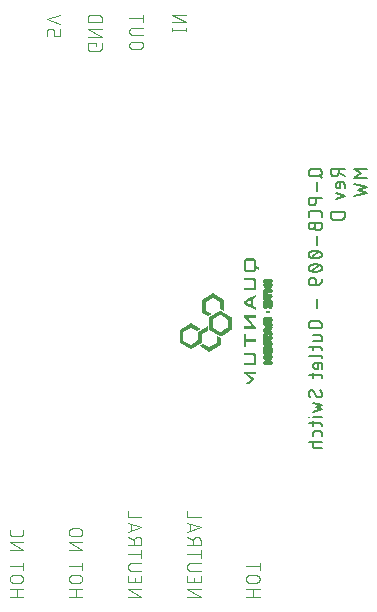
<source format=gbo>
G04 EAGLE Gerber RS-274X export*
G75*
%MOMM*%
%FSLAX34Y34*%
%LPD*%
%INSilkscreen Bottom*%
%IPPOS*%
%AMOC8*
5,1,8,0,0,1.08239X$1,22.5*%
G01*
G04 Define Apertures*
%ADD10C,0.127000*%
%ADD11C,0.101600*%
G36*
X273414Y270621D02*
X273421Y277741D01*
X273421Y277741D01*
X273421Y277742D01*
X278413Y280622D01*
X278405Y284461D01*
X270075Y279659D01*
X270078Y272521D01*
X270078Y272520D01*
X263893Y268956D01*
X263893Y268956D01*
X263893Y268956D01*
X257750Y272505D01*
X257738Y272520D01*
X257722Y272536D01*
X257722Y279630D01*
X257739Y279659D01*
X257743Y279665D01*
X257743Y279665D01*
X257743Y279665D01*
X263885Y283216D01*
X263885Y283216D01*
X263885Y283216D01*
X263901Y283212D01*
X263925Y283208D01*
X263925Y283208D01*
X263926Y283208D01*
X268965Y280298D01*
X272291Y282218D01*
X263899Y287065D01*
X254395Y281564D01*
X254400Y270597D01*
X263887Y265121D01*
X273414Y270621D01*
G37*
G36*
X290655Y276728D02*
X291065Y277022D01*
X291065Y280838D01*
X289328Y279838D01*
X289328Y279838D01*
X289327Y279838D01*
X289327Y279837D01*
X288870Y279787D01*
X288870Y279787D01*
X288869Y279787D01*
X282915Y283227D01*
X282915Y283227D01*
X282915Y283227D01*
X282874Y283733D01*
X282874Y290081D01*
X283071Y290496D01*
X283072Y290496D01*
X283072Y290496D01*
X283072Y290496D01*
X289029Y293933D01*
X289029Y293933D01*
X289029Y293933D01*
X289487Y293698D01*
X289487Y293698D01*
X294986Y290526D01*
X294986Y290526D01*
X294986Y290526D01*
X294986Y290526D01*
X294986Y290525D01*
X295235Y290140D01*
X295235Y287995D01*
X298558Y287995D01*
X298558Y292049D01*
X298321Y292441D01*
X289157Y297732D01*
X288699Y297568D01*
X279536Y292279D01*
X279536Y281698D01*
X279643Y281231D01*
X288825Y275975D01*
X289284Y275929D01*
X290655Y276728D01*
G37*
G36*
X281756Y294839D02*
X276667Y297782D01*
X276667Y304874D01*
X276674Y304917D01*
X276674Y304917D01*
X276674Y304917D01*
X276675Y304917D01*
X282854Y308477D01*
X282854Y308477D01*
X282855Y308477D01*
X282855Y308476D01*
X288994Y304928D01*
X288994Y304928D01*
X288995Y304927D01*
X289014Y304902D01*
X289020Y304896D01*
X289020Y299091D01*
X292348Y297182D01*
X292344Y306838D01*
X282849Y312321D01*
X273337Y306835D01*
X273337Y295859D01*
X278429Y292919D01*
X281756Y294839D01*
G37*
G36*
X289097Y268682D02*
X289097Y274532D01*
X285770Y276450D01*
X285770Y270629D01*
X285770Y270629D01*
X285752Y270592D01*
X285752Y270592D01*
X279608Y267046D01*
X279608Y267046D01*
X279601Y267047D01*
X279568Y267052D01*
X279567Y267052D01*
X274515Y269969D01*
X271946Y268492D01*
X271945Y267611D01*
X279593Y263196D01*
X289097Y268682D01*
G37*
G36*
X331518Y312538D02*
X331603Y312538D01*
X331806Y312622D01*
X332018Y312684D01*
X332084Y312737D01*
X332163Y312770D01*
X332319Y312926D01*
X332377Y312973D01*
X332456Y313006D01*
X332612Y313161D01*
X332784Y313299D01*
X332825Y313374D01*
X332885Y313434D01*
X332969Y313638D01*
X333075Y313831D01*
X333084Y313916D01*
X333117Y313995D01*
X333117Y314215D01*
X333141Y314434D01*
X333117Y314516D01*
X333117Y314762D01*
X333137Y314999D01*
X333117Y315063D01*
X333117Y315130D01*
X333026Y315350D01*
X332954Y315577D01*
X332911Y315628D01*
X332885Y315690D01*
X332717Y315858D01*
X331621Y317159D01*
X331664Y317154D01*
X331750Y317179D01*
X331840Y317179D01*
X332040Y317261D01*
X332247Y317320D01*
X332318Y317376D01*
X332401Y317411D01*
X332553Y317563D01*
X332722Y317697D01*
X332766Y317775D01*
X332830Y317839D01*
X332912Y318038D01*
X333017Y318226D01*
X333027Y318316D01*
X333062Y318399D01*
X333062Y318615D01*
X333082Y318791D01*
X333117Y318874D01*
X333117Y319089D01*
X333142Y319303D01*
X333117Y319390D01*
X333117Y320010D01*
X332885Y320570D01*
X332456Y320998D01*
X331896Y321230D01*
X326885Y321230D01*
X326636Y321248D01*
X326583Y321230D01*
X326528Y321230D01*
X326297Y321135D01*
X326061Y321056D01*
X326019Y321020D01*
X325967Y320998D01*
X325791Y320822D01*
X325603Y320659D01*
X325578Y320609D01*
X325539Y320570D01*
X325443Y320340D01*
X325332Y320117D01*
X325328Y320061D01*
X325307Y320010D01*
X325307Y319761D01*
X325296Y319606D01*
X325289Y319592D01*
X325274Y319304D01*
X325254Y319018D01*
X325259Y319002D01*
X325258Y318986D01*
X325355Y318714D01*
X325446Y318443D01*
X325456Y318430D01*
X325517Y318260D01*
X325599Y317998D01*
X325619Y317975D01*
X325629Y317947D01*
X325813Y317743D01*
X326786Y316581D01*
X326654Y316527D01*
X326494Y316492D01*
X326377Y316412D01*
X326246Y316357D01*
X326130Y316241D01*
X326064Y316196D01*
X325932Y316141D01*
X325816Y316026D01*
X325681Y315933D01*
X325604Y315813D01*
X325503Y315713D01*
X325441Y315561D01*
X325352Y315424D01*
X325326Y315284D01*
X325272Y315153D01*
X325272Y314989D01*
X325242Y314827D01*
X325272Y314688D01*
X325272Y314605D01*
X325265Y314587D01*
X325272Y314303D01*
X325272Y314017D01*
X325279Y314000D01*
X325279Y313981D01*
X325395Y313720D01*
X325504Y313457D01*
X325517Y313444D01*
X325524Y313427D01*
X325731Y313229D01*
X325932Y313029D01*
X325949Y313022D01*
X326002Y312971D01*
X326203Y312770D01*
X326220Y312763D01*
X326234Y312750D01*
X326500Y312647D01*
X326763Y312538D01*
X326782Y312538D01*
X326799Y312531D01*
X327084Y312538D01*
X331217Y312538D01*
X331436Y312514D01*
X331518Y312538D01*
G37*
G36*
X331514Y251501D02*
X331602Y251501D01*
X331803Y251584D01*
X332012Y251645D01*
X332081Y251699D01*
X332162Y251733D01*
X332316Y251887D01*
X332376Y251935D01*
X332458Y251969D01*
X332611Y252122D01*
X332780Y252257D01*
X332823Y252335D01*
X332886Y252398D01*
X332969Y252598D01*
X333074Y252788D01*
X333083Y252876D01*
X333117Y252958D01*
X333117Y253175D01*
X333141Y253390D01*
X333117Y253476D01*
X333117Y253724D01*
X333137Y253961D01*
X333116Y254026D01*
X333116Y254093D01*
X333025Y254312D01*
X332953Y254539D01*
X332910Y254591D01*
X332884Y254653D01*
X332716Y254821D01*
X331619Y256123D01*
X331664Y256117D01*
X331751Y256142D01*
X331841Y256142D01*
X332040Y256224D01*
X332247Y256283D01*
X332318Y256339D01*
X332401Y256374D01*
X332553Y256526D01*
X332723Y256660D01*
X332766Y256739D01*
X332830Y256802D01*
X332912Y257002D01*
X333017Y257190D01*
X333028Y257279D01*
X333062Y257362D01*
X333062Y257578D01*
X333082Y257754D01*
X333117Y257837D01*
X333117Y258052D01*
X333142Y258266D01*
X333117Y258353D01*
X333117Y258973D01*
X332885Y259533D01*
X332456Y259961D01*
X331896Y260193D01*
X326886Y260193D01*
X326639Y260211D01*
X326585Y260193D01*
X326528Y260193D01*
X326299Y260099D01*
X326064Y260020D01*
X326021Y259983D01*
X325968Y259961D01*
X325793Y259786D01*
X325605Y259624D01*
X325580Y259573D01*
X325539Y259533D01*
X325444Y259303D01*
X325333Y259082D01*
X325329Y259025D01*
X325307Y258973D01*
X325307Y258725D01*
X325296Y258573D01*
X325289Y258557D01*
X325274Y258271D01*
X325254Y257983D01*
X325259Y257968D01*
X325258Y257952D01*
X325354Y257681D01*
X325445Y257408D01*
X325456Y257396D01*
X325517Y257224D01*
X325599Y256962D01*
X325618Y256939D01*
X325628Y256911D01*
X325812Y256707D01*
X326786Y255544D01*
X326655Y255490D01*
X326495Y255456D01*
X326377Y255375D01*
X326246Y255320D01*
X326130Y255205D01*
X326064Y255159D01*
X325932Y255105D01*
X325817Y254989D01*
X325682Y254896D01*
X325604Y254777D01*
X325504Y254676D01*
X325441Y254525D01*
X325352Y254388D01*
X325326Y254248D01*
X325272Y254116D01*
X325272Y253952D01*
X325242Y253792D01*
X325272Y253652D01*
X325272Y253569D01*
X325265Y253553D01*
X325272Y253267D01*
X325272Y252980D01*
X325278Y252964D01*
X325279Y252947D01*
X325394Y252685D01*
X325504Y252421D01*
X325516Y252408D01*
X325523Y252392D01*
X325731Y252194D01*
X325932Y251992D01*
X325949Y251985D01*
X326001Y251935D01*
X326203Y251733D01*
X326219Y251726D01*
X326232Y251714D01*
X326500Y251610D01*
X326763Y251501D01*
X326781Y251501D01*
X326797Y251495D01*
X327083Y251501D01*
X331213Y251501D01*
X331429Y251477D01*
X331514Y251501D01*
G37*
G36*
X330911Y299324D02*
X331205Y299324D01*
X331413Y299298D01*
X331506Y299324D01*
X331601Y299324D01*
X331795Y299404D01*
X331998Y299460D01*
X332073Y299519D01*
X332161Y299556D01*
X332310Y299704D01*
X332368Y299750D01*
X332456Y299786D01*
X332605Y299935D01*
X332770Y300064D01*
X332817Y300147D01*
X332885Y300215D01*
X332965Y300409D01*
X333069Y300592D01*
X333080Y300687D01*
X333117Y300775D01*
X333117Y300985D01*
X333143Y301193D01*
X333117Y301286D01*
X333117Y306107D01*
X332885Y306667D01*
X332456Y307096D01*
X331896Y307328D01*
X326987Y307328D01*
X326806Y307357D01*
X326687Y307328D01*
X326564Y307328D01*
X326395Y307258D01*
X326216Y307215D01*
X326117Y307143D01*
X326004Y307096D01*
X325874Y306966D01*
X325726Y306858D01*
X325662Y306754D01*
X325575Y306667D01*
X325505Y306498D01*
X325409Y306341D01*
X325390Y306220D01*
X325343Y306107D01*
X325343Y305924D01*
X325318Y305767D01*
X325272Y305654D01*
X325272Y305470D01*
X325243Y305289D01*
X325272Y305170D01*
X325272Y301403D01*
X325255Y301356D01*
X325272Y301102D01*
X325272Y300847D01*
X325291Y300801D01*
X325294Y300751D01*
X325406Y300522D01*
X325504Y300287D01*
X325539Y300252D01*
X325561Y300207D01*
X325752Y300038D01*
X325932Y299858D01*
X325978Y299839D01*
X326031Y299792D01*
X326211Y299612D01*
X326257Y299593D01*
X326295Y299560D01*
X326536Y299478D01*
X326772Y299380D01*
X326821Y299380D01*
X326868Y299364D01*
X327123Y299380D01*
X327578Y299380D01*
X327858Y299372D01*
X327880Y299380D01*
X327903Y299380D01*
X328162Y299487D01*
X328425Y299587D01*
X328442Y299603D01*
X328463Y299612D01*
X328662Y299810D01*
X328866Y300003D01*
X328875Y300024D01*
X328892Y300041D01*
X328999Y300300D01*
X329114Y300556D01*
X329115Y300580D01*
X329124Y300601D01*
X329124Y300882D01*
X329126Y300950D01*
X329184Y300950D01*
X329222Y300859D01*
X329249Y300711D01*
X329249Y300545D01*
X329303Y300415D01*
X329328Y300277D01*
X329418Y300138D01*
X329481Y299985D01*
X329580Y299885D01*
X329656Y299767D01*
X329793Y299673D01*
X329910Y299556D01*
X330040Y299502D01*
X330155Y299422D01*
X330317Y299387D01*
X330470Y299324D01*
X330610Y299324D01*
X330748Y299294D01*
X330911Y299324D01*
G37*
G36*
X331561Y283783D02*
X331601Y283779D01*
X331853Y283855D01*
X332109Y283919D01*
X332142Y283943D01*
X332182Y283955D01*
X332361Y284102D01*
X332463Y284144D01*
X332596Y284277D01*
X332748Y284389D01*
X332809Y284490D01*
X332892Y284573D01*
X332964Y284747D01*
X333061Y284908D01*
X333079Y285024D01*
X333124Y285133D01*
X333124Y285321D01*
X333152Y285507D01*
X333124Y285622D01*
X333124Y286203D01*
X333127Y286211D01*
X333124Y286507D01*
X333124Y286799D01*
X333120Y286808D01*
X333120Y286818D01*
X333006Y287085D01*
X332892Y287360D01*
X332885Y287366D01*
X332820Y287519D01*
X332725Y287772D01*
X332701Y287797D01*
X332688Y287828D01*
X332495Y288018D01*
X332167Y288367D01*
X332283Y288435D01*
X332469Y288513D01*
X332542Y288587D01*
X332632Y288639D01*
X332753Y288800D01*
X332896Y288944D01*
X332935Y289040D01*
X332998Y289123D01*
X333048Y289318D01*
X333125Y289505D01*
X333124Y289609D01*
X333151Y289709D01*
X333123Y289909D01*
X333122Y290083D01*
X333137Y290127D01*
X333121Y290384D01*
X333119Y290642D01*
X333101Y290685D01*
X333088Y290882D01*
X333088Y291136D01*
X333069Y291182D01*
X333066Y291233D01*
X332953Y291461D01*
X332856Y291696D01*
X332820Y291732D01*
X332798Y291777D01*
X332607Y291945D01*
X332427Y292124D01*
X332380Y292144D01*
X332342Y292177D01*
X332102Y292259D01*
X331866Y292356D01*
X331816Y292356D01*
X331769Y292372D01*
X331515Y292356D01*
X326802Y292352D01*
X326495Y292352D01*
X326495Y292352D01*
X326490Y292352D01*
X326218Y292239D01*
X325930Y292120D01*
X325923Y292113D01*
X325922Y292113D01*
X325725Y291915D01*
X325498Y291688D01*
X325445Y291554D01*
X325389Y291420D01*
X325270Y291131D01*
X325270Y291126D01*
X325269Y291126D01*
X325270Y290827D01*
X325270Y287873D01*
X325502Y287312D01*
X325930Y286884D01*
X326491Y286652D01*
X326773Y286652D01*
X326774Y286557D01*
X326774Y286071D01*
X326761Y285807D01*
X326774Y285770D01*
X326774Y285731D01*
X326875Y285486D01*
X326915Y285373D01*
X326916Y285328D01*
X327017Y285089D01*
X327104Y284845D01*
X327135Y284811D01*
X327152Y284770D01*
X327337Y284588D01*
X327511Y284396D01*
X327552Y284376D01*
X327584Y284345D01*
X327825Y284247D01*
X328060Y284136D01*
X328104Y284134D01*
X328146Y284117D01*
X328406Y284119D01*
X328665Y284106D01*
X328707Y284122D01*
X328937Y284123D01*
X329196Y284111D01*
X329238Y284126D01*
X329283Y284126D01*
X329522Y284228D01*
X329895Y284361D01*
X330109Y284413D01*
X330179Y284463D01*
X330184Y284465D01*
X330246Y284389D01*
X330403Y284177D01*
X330437Y284156D01*
X330463Y284125D01*
X330696Y284000D01*
X330921Y283864D01*
X330962Y283858D01*
X330998Y283839D01*
X331261Y283813D01*
X331521Y283773D01*
X331561Y283783D01*
G37*
G36*
X318888Y283889D02*
X318649Y284334D01*
X313175Y290840D01*
X312831Y291244D01*
X312463Y291627D01*
X312463Y291628D01*
X312463Y291628D01*
X312437Y291694D01*
X312385Y291846D01*
X312385Y291847D01*
X312386Y291847D01*
X312386Y291847D01*
X312386Y291847D01*
X313445Y291776D01*
X318888Y291771D01*
X318888Y293768D01*
X309335Y293768D01*
X309335Y292693D01*
X309394Y292183D01*
X315195Y285258D01*
X315556Y284868D01*
X315937Y284498D01*
X315937Y284498D01*
X315558Y284469D01*
X314496Y284528D01*
X309335Y284531D01*
X309335Y282533D01*
X318888Y282533D01*
X318888Y283889D01*
G37*
G36*
X317125Y330349D02*
X317647Y330431D01*
X318140Y330616D01*
X318527Y330969D01*
X318739Y331451D01*
X318842Y331969D01*
X318879Y332496D01*
X318882Y333553D01*
X318882Y333553D01*
X318882Y333553D01*
X319198Y333572D01*
X322107Y332126D01*
X322107Y334165D01*
X321774Y334480D01*
X318891Y335796D01*
X318891Y335797D01*
X318891Y335797D01*
X318877Y340019D01*
X318831Y340545D01*
X318715Y341060D01*
X318477Y341528D01*
X318064Y341851D01*
X317563Y342015D01*
X317040Y342085D01*
X316512Y342100D01*
X311227Y342089D01*
X310703Y342026D01*
X310198Y341874D01*
X309771Y341570D01*
X309517Y341109D01*
X309392Y340597D01*
X309340Y340071D01*
X309332Y335315D01*
X311043Y335315D01*
X311043Y339418D01*
X311111Y339878D01*
X311111Y339878D01*
X316924Y339878D01*
X316924Y339878D01*
X316925Y339877D01*
X317089Y339514D01*
X317089Y339514D01*
X317089Y339513D01*
X317089Y332643D01*
X316659Y332545D01*
X315094Y332545D01*
X315094Y330328D01*
X316597Y330328D01*
X317125Y330349D01*
G37*
G36*
X317106Y251434D02*
X317630Y251514D01*
X318126Y251696D01*
X318519Y252045D01*
X318736Y252527D01*
X318841Y253046D01*
X318880Y253575D01*
X318882Y259941D01*
X318852Y260470D01*
X318762Y260993D01*
X318568Y261484D01*
X318203Y261862D01*
X317715Y262066D01*
X317194Y262159D01*
X316664Y262188D01*
X309335Y262188D01*
X309335Y259969D01*
X316762Y259969D01*
X317086Y259764D01*
X317086Y259763D01*
X317086Y253928D01*
X317086Y253928D01*
X317086Y253928D01*
X316843Y253641D01*
X316843Y253641D01*
X316843Y253641D01*
X309335Y253641D01*
X309335Y251415D01*
X316576Y251415D01*
X317106Y251434D01*
G37*
G36*
X317107Y314884D02*
X317631Y314963D01*
X318128Y315145D01*
X318520Y315494D01*
X318737Y315976D01*
X318841Y316496D01*
X318880Y317025D01*
X318882Y323391D01*
X318852Y323920D01*
X318761Y324442D01*
X318567Y324934D01*
X318203Y325313D01*
X317716Y325518D01*
X317194Y325611D01*
X316665Y325638D01*
X309335Y325638D01*
X309335Y323419D01*
X316762Y323419D01*
X316762Y323419D01*
X317086Y323213D01*
X317086Y323213D01*
X317086Y323213D01*
X317086Y317377D01*
X317086Y317377D01*
X317086Y317377D01*
X316847Y317086D01*
X309335Y317086D01*
X309335Y314865D01*
X316577Y314865D01*
X317107Y314884D01*
G37*
G36*
X331799Y276232D02*
X331898Y276232D01*
X332089Y276312D01*
X332289Y276366D01*
X332367Y276427D01*
X332458Y276464D01*
X332604Y276611D01*
X332768Y276738D01*
X332817Y276823D01*
X332886Y276893D01*
X332966Y277084D01*
X333068Y277265D01*
X333081Y277362D01*
X333118Y277453D01*
X333118Y277660D01*
X333144Y277866D01*
X333118Y277961D01*
X333118Y278769D01*
X333135Y279020D01*
X333118Y279071D01*
X333118Y279124D01*
X333022Y279356D01*
X332942Y279595D01*
X332907Y279635D01*
X332886Y279684D01*
X332709Y279862D01*
X332458Y280149D01*
X332289Y280360D01*
X332259Y280377D01*
X332237Y280403D01*
X332069Y280486D01*
X332069Y281708D01*
X332121Y281742D01*
X332326Y281852D01*
X332372Y281908D01*
X332432Y281947D01*
X332562Y282141D01*
X332710Y282322D01*
X332731Y282390D01*
X332776Y282457D01*
X332886Y282567D01*
X332943Y282705D01*
X333027Y282829D01*
X333058Y282983D01*
X333118Y283127D01*
X333118Y283277D01*
X333148Y283423D01*
X333118Y283577D01*
X333118Y283855D01*
X333146Y284047D01*
X333118Y284155D01*
X333118Y284266D01*
X333044Y284446D01*
X332996Y284634D01*
X332929Y284724D01*
X332886Y284826D01*
X332749Y284964D01*
X332697Y285032D01*
X332596Y285212D01*
X332517Y285273D01*
X332457Y285353D01*
X332280Y285458D01*
X332118Y285584D01*
X332021Y285611D01*
X331936Y285662D01*
X331732Y285691D01*
X331533Y285746D01*
X331434Y285733D01*
X331335Y285748D01*
X331136Y285697D01*
X330931Y285671D01*
X330845Y285622D01*
X330748Y285597D01*
X330583Y285474D01*
X326124Y282943D01*
X325930Y282863D01*
X325862Y282795D01*
X325778Y282747D01*
X325649Y282582D01*
X325502Y282435D01*
X325465Y282345D01*
X325405Y282269D01*
X325350Y282068D01*
X325270Y281875D01*
X325270Y281778D01*
X325244Y281685D01*
X325270Y281477D01*
X325270Y281268D01*
X325307Y281179D01*
X325318Y281083D01*
X325422Y280901D01*
X325502Y280708D01*
X325570Y280640D01*
X325618Y280556D01*
X325783Y280427D01*
X325930Y280279D01*
X326020Y280242D01*
X326096Y280183D01*
X326297Y280127D01*
X326490Y280047D01*
X326587Y280047D01*
X326680Y280022D01*
X326888Y280047D01*
X327681Y280047D01*
X327693Y279969D01*
X327693Y279739D01*
X327665Y279622D01*
X327693Y279438D01*
X327693Y279253D01*
X327739Y279142D01*
X327754Y279046D01*
X327743Y278958D01*
X327801Y278749D01*
X327834Y278534D01*
X327880Y278458D01*
X327903Y278373D01*
X328036Y278202D01*
X328149Y278016D01*
X328221Y277964D01*
X328275Y277894D01*
X328464Y277787D01*
X328639Y277659D01*
X328725Y277638D01*
X330662Y276534D01*
X330731Y276464D01*
X330923Y276385D01*
X331103Y276282D01*
X331201Y276270D01*
X331291Y276232D01*
X331499Y276232D01*
X331705Y276206D01*
X331799Y276232D01*
G37*
G36*
X327478Y305669D02*
X327723Y305703D01*
X327773Y305732D01*
X327812Y305741D01*
X327955Y305741D01*
X328106Y305803D01*
X328266Y305837D01*
X328384Y305918D01*
X328515Y305972D01*
X328631Y306088D01*
X328766Y306181D01*
X328843Y306300D01*
X328944Y306401D01*
X329006Y306552D01*
X329095Y306690D01*
X329121Y306830D01*
X329176Y306961D01*
X329176Y307125D01*
X329206Y307286D01*
X329176Y307425D01*
X329176Y307859D01*
X331151Y307859D01*
X331242Y307834D01*
X331452Y307859D01*
X331663Y307859D01*
X331750Y307895D01*
X331843Y307907D01*
X332028Y308010D01*
X332223Y308091D01*
X332290Y308158D01*
X332372Y308204D01*
X332503Y308371D01*
X332652Y308520D01*
X332688Y308607D01*
X332736Y308668D01*
X332885Y308817D01*
X332921Y308904D01*
X332979Y308978D01*
X333036Y309182D01*
X333117Y309377D01*
X333117Y309471D01*
X333142Y309562D01*
X333117Y309772D01*
X333117Y310135D01*
X333140Y310361D01*
X333117Y310436D01*
X333117Y310513D01*
X333030Y310723D01*
X332964Y310942D01*
X332915Y311002D01*
X332885Y311073D01*
X332724Y311234D01*
X332677Y311292D01*
X332648Y311362D01*
X332486Y311525D01*
X332341Y311702D01*
X332274Y311738D01*
X332220Y311792D01*
X332008Y311880D01*
X331806Y311988D01*
X331731Y311995D01*
X331660Y312025D01*
X331431Y312025D01*
X331203Y312048D01*
X331130Y312026D01*
X329176Y312029D01*
X329176Y312495D01*
X329205Y312665D01*
X329176Y312795D01*
X329176Y312929D01*
X329110Y313088D01*
X329072Y313256D01*
X328995Y313365D01*
X328944Y313489D01*
X328822Y313611D01*
X328723Y313752D01*
X328610Y313823D01*
X328515Y313918D01*
X328356Y313984D01*
X328210Y314076D01*
X328079Y314099D01*
X327955Y314150D01*
X327783Y314150D01*
X327698Y314164D01*
X327644Y314193D01*
X327401Y314216D01*
X327161Y314257D01*
X327101Y314244D01*
X327040Y314249D01*
X326808Y314178D01*
X326570Y314124D01*
X326540Y314103D01*
X326492Y314103D01*
X326278Y314014D01*
X326056Y313946D01*
X326000Y313899D01*
X325932Y313871D01*
X325768Y313707D01*
X325589Y313559D01*
X325555Y313494D01*
X325504Y313442D01*
X325415Y313228D01*
X325306Y313022D01*
X325300Y312950D01*
X325272Y312882D01*
X325272Y312650D01*
X325250Y312419D01*
X325272Y312349D01*
X325272Y307478D01*
X325244Y307375D01*
X325272Y307177D01*
X325272Y306978D01*
X325312Y306880D01*
X325327Y306774D01*
X325427Y306602D01*
X325504Y306418D01*
X325579Y306343D01*
X325633Y306251D01*
X325791Y306130D01*
X325932Y305989D01*
X326031Y305949D01*
X326116Y305884D01*
X326308Y305834D01*
X326492Y305757D01*
X326595Y305757D01*
X326641Y305728D01*
X326883Y305683D01*
X327122Y305620D01*
X327180Y305628D01*
X327237Y305618D01*
X327478Y305669D01*
G37*
G36*
X327478Y270260D02*
X327723Y270293D01*
X327773Y270323D01*
X327813Y270331D01*
X327955Y270331D01*
X328106Y270394D01*
X328266Y270428D01*
X328384Y270509D01*
X328515Y270563D01*
X328631Y270679D01*
X328766Y270772D01*
X328843Y270891D01*
X328944Y270992D01*
X329007Y271143D01*
X329095Y271280D01*
X329121Y271421D01*
X329176Y271552D01*
X329176Y271716D01*
X329206Y271877D01*
X329176Y272016D01*
X329176Y272450D01*
X331151Y272450D01*
X331242Y272425D01*
X331452Y272450D01*
X331663Y272450D01*
X331750Y272486D01*
X331843Y272497D01*
X332028Y272601D01*
X332223Y272682D01*
X332290Y272749D01*
X332372Y272795D01*
X332503Y272961D01*
X332652Y273111D01*
X332688Y273198D01*
X332735Y273258D01*
X332885Y273408D01*
X332921Y273495D01*
X332979Y273569D01*
X333036Y273772D01*
X333117Y273968D01*
X333117Y274062D01*
X333142Y274153D01*
X333117Y274363D01*
X333117Y274725D01*
X333140Y274952D01*
X333117Y275026D01*
X333117Y275104D01*
X333030Y275314D01*
X332964Y275532D01*
X332915Y275592D01*
X332885Y275664D01*
X332724Y275825D01*
X332677Y275883D01*
X332648Y275953D01*
X332486Y276115D01*
X332341Y276292D01*
X332274Y276328D01*
X332220Y276383D01*
X332008Y276471D01*
X331806Y276579D01*
X331731Y276586D01*
X331660Y276615D01*
X331431Y276616D01*
X331203Y276638D01*
X331130Y276616D01*
X329176Y276619D01*
X329176Y277086D01*
X329205Y277256D01*
X329176Y277386D01*
X329176Y277520D01*
X329110Y277679D01*
X329072Y277847D01*
X328995Y277956D01*
X328944Y278080D01*
X328822Y278202D01*
X328723Y278343D01*
X328610Y278414D01*
X328515Y278509D01*
X328356Y278575D01*
X328210Y278667D01*
X328078Y278689D01*
X327955Y278741D01*
X327783Y278741D01*
X327698Y278755D01*
X327643Y278784D01*
X327401Y278807D01*
X327161Y278848D01*
X327101Y278834D01*
X327040Y278840D01*
X326807Y278768D01*
X326570Y278715D01*
X326540Y278694D01*
X326492Y278694D01*
X326278Y278605D01*
X326056Y278536D01*
X326000Y278489D01*
X325932Y278461D01*
X325768Y278297D01*
X325589Y278149D01*
X325555Y278084D01*
X325504Y278033D01*
X325415Y277818D01*
X325306Y277613D01*
X325299Y277540D01*
X325272Y277473D01*
X325272Y277241D01*
X325250Y277009D01*
X325272Y276939D01*
X325272Y272069D01*
X325244Y271965D01*
X325272Y271768D01*
X325272Y271569D01*
X325312Y271470D01*
X325327Y271365D01*
X325427Y271193D01*
X325504Y271009D01*
X325579Y270933D01*
X325633Y270841D01*
X325791Y270721D01*
X325932Y270580D01*
X326031Y270539D01*
X326116Y270475D01*
X326309Y270424D01*
X326492Y270348D01*
X326595Y270348D01*
X326641Y270318D01*
X326883Y270274D01*
X327122Y270211D01*
X327180Y270219D01*
X327237Y270208D01*
X327478Y270260D01*
G37*
G36*
X327917Y259500D02*
X330194Y259496D01*
X330263Y259475D01*
X330495Y259496D01*
X330728Y259495D01*
X330795Y259523D01*
X330823Y259525D01*
X330854Y259517D01*
X331124Y259552D01*
X331395Y259577D01*
X331423Y259592D01*
X331455Y259596D01*
X331691Y259732D01*
X331932Y259858D01*
X331952Y259883D01*
X332128Y259984D01*
X332359Y260100D01*
X332390Y260135D01*
X332430Y260158D01*
X332587Y260363D01*
X332756Y260558D01*
X332771Y260602D01*
X332799Y260639D01*
X332866Y260889D01*
X332991Y261263D01*
X333082Y261459D01*
X333085Y261548D01*
X333114Y261633D01*
X333098Y261849D01*
X333106Y262023D01*
X333118Y262054D01*
X333118Y262325D01*
X333130Y262595D01*
X333118Y262627D01*
X333118Y263853D01*
X333145Y264055D01*
X333118Y264153D01*
X333118Y264255D01*
X333040Y264443D01*
X332987Y264640D01*
X332925Y264721D01*
X332886Y264815D01*
X332742Y264959D01*
X332618Y265121D01*
X332530Y265172D01*
X332458Y265244D01*
X332269Y265322D01*
X332192Y265366D01*
X332120Y265438D01*
X331932Y265516D01*
X331755Y265618D01*
X331654Y265631D01*
X331560Y265670D01*
X331356Y265670D01*
X331154Y265697D01*
X331056Y265670D01*
X330780Y265670D01*
X330532Y265688D01*
X330479Y265670D01*
X330422Y265670D01*
X330193Y265575D01*
X329957Y265497D01*
X329915Y265460D01*
X329862Y265438D01*
X329687Y265262D01*
X329499Y265100D01*
X329473Y265049D01*
X329434Y265009D01*
X329339Y264780D01*
X329227Y264558D01*
X329223Y264501D01*
X329202Y264449D01*
X329202Y264200D01*
X329193Y264081D01*
X329181Y264132D01*
X329181Y264249D01*
X329109Y264423D01*
X329063Y264606D01*
X328994Y264701D01*
X328949Y264809D01*
X328815Y264942D01*
X328704Y265094D01*
X328603Y265155D01*
X328520Y265238D01*
X328346Y265310D01*
X328272Y265355D01*
X328188Y265438D01*
X328015Y265510D01*
X327853Y265607D01*
X327737Y265625D01*
X327628Y265670D01*
X327440Y265670D01*
X327254Y265698D01*
X327140Y265670D01*
X327094Y265670D01*
X327092Y265671D01*
X326790Y265670D01*
X326488Y265670D01*
X326409Y265637D01*
X326207Y265553D01*
X326207Y265553D01*
X326019Y265475D01*
X325930Y265438D01*
X325714Y265221D01*
X325500Y265008D01*
X325477Y264951D01*
X325386Y264730D01*
X325270Y264449D01*
X325270Y264446D01*
X325269Y264444D01*
X325270Y264144D01*
X325270Y263845D01*
X325270Y263844D01*
X325274Y262180D01*
X325245Y262044D01*
X325275Y261880D01*
X325275Y261714D01*
X325329Y261585D01*
X325367Y261375D01*
X325365Y261224D01*
X325421Y261079D01*
X325450Y260926D01*
X325531Y260800D01*
X325586Y260660D01*
X325694Y260548D01*
X325779Y260417D01*
X325903Y260332D01*
X326058Y260170D01*
X326150Y260033D01*
X326267Y259954D01*
X326365Y259853D01*
X326516Y259787D01*
X326653Y259694D01*
X326791Y259667D01*
X326920Y259610D01*
X327085Y259607D01*
X327322Y259560D01*
X327464Y259500D01*
X327617Y259500D01*
X327766Y259470D01*
X327917Y259500D01*
G37*
G36*
X298338Y281206D02*
X298558Y281605D01*
X298558Y287995D01*
X295235Y287995D01*
X295235Y283501D01*
X295005Y283108D01*
X295005Y283108D01*
X291358Y281007D01*
X291065Y280650D01*
X291065Y277852D01*
X291829Y277413D01*
X298338Y281206D01*
G37*
G36*
X331240Y262628D02*
X331637Y262650D01*
X331897Y262650D01*
X331938Y262666D01*
X331982Y262669D01*
X332217Y262782D01*
X332458Y262882D01*
X332489Y262912D01*
X332528Y262931D01*
X332702Y263126D01*
X332887Y263310D01*
X332903Y263351D01*
X332932Y263383D01*
X333019Y263629D01*
X333118Y263870D01*
X333118Y263914D01*
X333133Y263955D01*
X333118Y264216D01*
X333118Y265502D01*
X333139Y265566D01*
X333118Y265803D01*
X333118Y266041D01*
X333093Y266103D01*
X333069Y266377D01*
X333047Y266673D01*
X333043Y266680D01*
X333042Y266688D01*
X332906Y266951D01*
X332695Y267370D01*
X332583Y267617D01*
X332558Y267640D01*
X332543Y267670D01*
X332338Y267847D01*
X332141Y268032D01*
X332109Y268044D01*
X332084Y268066D01*
X331827Y268150D01*
X331434Y268298D01*
X331218Y268401D01*
X331153Y268405D01*
X331092Y268428D01*
X330852Y268420D01*
X330656Y268430D01*
X330618Y268446D01*
X330355Y268445D01*
X330092Y268459D01*
X330053Y268445D01*
X327833Y268443D01*
X327657Y268471D01*
X327533Y268442D01*
X327406Y268442D01*
X327240Y268374D01*
X326958Y268307D01*
X326759Y268288D01*
X326665Y268239D01*
X326562Y268214D01*
X326400Y268098D01*
X326223Y268004D01*
X326156Y267922D01*
X326070Y267860D01*
X325965Y267691D01*
X325836Y267534D01*
X325752Y267475D01*
X325644Y267302D01*
X325515Y267146D01*
X325485Y267048D01*
X325430Y266961D01*
X325397Y266760D01*
X325337Y266566D01*
X325347Y266464D01*
X325323Y266322D01*
X325274Y266203D01*
X325273Y266026D01*
X325244Y265850D01*
X325273Y265725D01*
X325270Y264423D01*
X325245Y264207D01*
X325269Y264122D01*
X325269Y264033D01*
X325351Y263832D01*
X325411Y263624D01*
X325466Y263555D01*
X325500Y263472D01*
X325653Y263319D01*
X325787Y263149D01*
X325865Y263106D01*
X325927Y263043D01*
X326127Y262959D01*
X326201Y262918D01*
X326265Y262854D01*
X326464Y262772D01*
X326652Y262667D01*
X326742Y262657D01*
X326825Y262622D01*
X327040Y262622D01*
X327254Y262597D01*
X327341Y262622D01*
X327643Y262622D01*
X327947Y262621D01*
X327951Y262622D01*
X327953Y262622D01*
X328231Y262737D01*
X328509Y262851D01*
X328511Y262853D01*
X328513Y262854D01*
X328725Y263066D01*
X328938Y263277D01*
X328939Y263280D01*
X328942Y263283D01*
X329057Y263562D01*
X329173Y263838D01*
X329173Y263839D01*
X329174Y263841D01*
X329174Y263930D01*
X329205Y263856D01*
X329217Y263762D01*
X329322Y263579D01*
X329404Y263385D01*
X329472Y263318D01*
X329519Y263236D01*
X329686Y263107D01*
X329836Y262959D01*
X329924Y262923D01*
X329999Y262865D01*
X330203Y262810D01*
X330398Y262731D01*
X330493Y262732D01*
X330649Y262690D01*
X330882Y262608D01*
X330939Y262611D01*
X330994Y262596D01*
X331240Y262628D01*
G37*
G36*
X312607Y235732D02*
X313050Y236018D01*
X318036Y239771D01*
X313079Y243485D01*
X312651Y243794D01*
X312192Y244054D01*
X312192Y244054D01*
X312193Y244054D01*
X312235Y244130D01*
X312240Y244135D01*
X312241Y244135D01*
X312241Y244135D01*
X312241Y244135D01*
X312767Y244105D01*
X313294Y244102D01*
X318888Y244102D01*
X318888Y245899D01*
X309335Y245899D01*
X309335Y244368D01*
X309541Y243941D01*
X314955Y239726D01*
X314954Y239725D01*
X314851Y239404D01*
X314851Y239404D01*
X310987Y236456D01*
X311745Y235273D01*
X312607Y235732D01*
G37*
G36*
X311038Y271235D02*
X311050Y271264D01*
X311050Y271269D01*
X311050Y271270D01*
X311050Y271270D01*
X311050Y271270D01*
X318888Y271277D01*
X318888Y273494D01*
X311065Y273494D01*
X311050Y273508D01*
X311038Y273513D01*
X311038Y273513D01*
X311038Y273513D01*
X311038Y277880D01*
X309335Y277880D01*
X309339Y266864D01*
X311038Y266864D01*
X311038Y271235D01*
G37*
G36*
X318887Y300267D02*
X318734Y300708D01*
X316870Y301728D01*
X316870Y301728D01*
X316870Y301728D01*
X316789Y302211D01*
X316789Y307525D01*
X316789Y307525D01*
X316991Y307935D01*
X316991Y307935D01*
X316991Y307935D01*
X316991Y307935D01*
X318869Y308930D01*
X318887Y309451D01*
X318887Y311161D01*
X313440Y308076D01*
X313440Y305988D01*
X314872Y306772D01*
X314872Y306772D01*
X314872Y306772D01*
X314873Y306772D01*
X315073Y306581D01*
X315073Y302890D01*
X315073Y302890D01*
X315073Y302861D01*
X315073Y302861D01*
X314987Y302861D01*
X314754Y302861D01*
X314754Y302861D01*
X313440Y303559D01*
X313440Y301328D01*
X313834Y301024D01*
X318887Y298123D01*
X318887Y300267D01*
G37*
G36*
X331157Y267755D02*
X331399Y267755D01*
X331458Y267780D01*
X331654Y267796D01*
X331896Y267796D01*
X331955Y267820D01*
X332018Y267825D01*
X332233Y267935D01*
X332456Y268028D01*
X332501Y268073D01*
X332558Y268102D01*
X332714Y268286D01*
X332885Y268457D01*
X332909Y268515D01*
X332951Y268564D01*
X333025Y268793D01*
X333117Y269017D01*
X333117Y269080D01*
X333137Y269141D01*
X333117Y269381D01*
X333117Y270698D01*
X332885Y271258D01*
X332456Y271687D01*
X331896Y271919D01*
X327532Y271919D01*
X327472Y271938D01*
X327231Y271919D01*
X326990Y271919D01*
X326931Y271894D01*
X326734Y271878D01*
X326492Y271878D01*
X326434Y271854D01*
X326370Y271849D01*
X326155Y271739D01*
X325932Y271646D01*
X325887Y271601D01*
X325831Y271572D01*
X325674Y271388D01*
X325503Y271218D01*
X325479Y271159D01*
X325438Y271111D01*
X325364Y270881D01*
X325272Y270658D01*
X325272Y270594D01*
X325252Y270533D01*
X325272Y270293D01*
X325272Y268976D01*
X325504Y268416D01*
X325932Y267987D01*
X326492Y267755D01*
X330856Y267755D01*
X330917Y267736D01*
X331157Y267755D01*
G37*
G36*
X331157Y320628D02*
X331399Y320628D01*
X331458Y320652D01*
X331654Y320668D01*
X331896Y320668D01*
X331955Y320692D01*
X332018Y320698D01*
X332233Y320808D01*
X332456Y320900D01*
X332501Y320945D01*
X332558Y320974D01*
X332714Y321158D01*
X332885Y321329D01*
X332909Y321388D01*
X332951Y321436D01*
X333025Y321666D01*
X333117Y321889D01*
X333117Y321953D01*
X333137Y322013D01*
X333117Y322254D01*
X333117Y323570D01*
X332885Y324130D01*
X332456Y324559D01*
X331896Y324791D01*
X327532Y324791D01*
X327472Y324811D01*
X327231Y324791D01*
X326990Y324791D01*
X326931Y324767D01*
X326734Y324751D01*
X326492Y324751D01*
X326434Y324727D01*
X326370Y324721D01*
X326156Y324611D01*
X325932Y324519D01*
X325887Y324474D01*
X325831Y324445D01*
X325674Y324261D01*
X325504Y324090D01*
X325479Y324031D01*
X325438Y323983D01*
X325364Y323753D01*
X325272Y323530D01*
X325272Y323466D01*
X325252Y323406D01*
X325272Y323165D01*
X325272Y321849D01*
X325504Y321289D01*
X325932Y320860D01*
X326492Y320628D01*
X330856Y320628D01*
X330917Y320608D01*
X331157Y320628D01*
G37*
G36*
X329323Y277664D02*
X329452Y277668D01*
X329613Y277742D01*
X329785Y277788D01*
X329887Y277866D01*
X330003Y277919D01*
X330125Y278049D01*
X330266Y278158D01*
X330330Y278269D01*
X330417Y278363D01*
X330480Y278529D01*
X330568Y278683D01*
X330585Y278810D01*
X330635Y278945D01*
X330741Y279201D01*
X330741Y279228D01*
X330751Y279254D01*
X330741Y279531D01*
X330741Y279871D01*
X330771Y280005D01*
X330741Y280171D01*
X330741Y280339D01*
X330689Y280466D01*
X330664Y280602D01*
X330574Y280744D01*
X330509Y280899D01*
X330412Y280997D01*
X330368Y281066D01*
X330340Y281156D01*
X330206Y281319D01*
X330092Y281497D01*
X330014Y281551D01*
X329954Y281624D01*
X329931Y281637D01*
X329914Y281722D01*
X329914Y281875D01*
X329855Y282016D01*
X329825Y282166D01*
X329740Y282293D01*
X329682Y282435D01*
X329574Y282543D01*
X329488Y282670D01*
X329361Y282755D01*
X329253Y282863D01*
X329112Y282922D01*
X328984Y283007D01*
X328834Y283037D01*
X328693Y283095D01*
X328540Y283095D01*
X328390Y283125D01*
X328240Y283095D01*
X326491Y283095D01*
X325930Y282863D01*
X325502Y282435D01*
X325270Y281875D01*
X325270Y280606D01*
X325243Y280404D01*
X325270Y280306D01*
X325270Y280204D01*
X325348Y280016D01*
X325401Y279819D01*
X325463Y279738D01*
X325502Y279644D01*
X325646Y279500D01*
X325770Y279338D01*
X325858Y279287D01*
X325930Y279215D01*
X326119Y279137D01*
X328184Y277948D01*
X328278Y277860D01*
X328444Y277798D01*
X328598Y277709D01*
X328726Y277692D01*
X328846Y277647D01*
X329023Y277654D01*
X329199Y277631D01*
X329323Y277664D01*
G37*
G36*
X328001Y284097D02*
X328010Y284096D01*
X328293Y284178D01*
X328506Y284237D01*
X328601Y284237D01*
X328796Y284318D01*
X328999Y284375D01*
X329074Y284433D01*
X329161Y284469D01*
X329310Y284619D01*
X329476Y284749D01*
X329523Y284831D01*
X329589Y284898D01*
X329670Y285093D01*
X329774Y285277D01*
X329785Y285371D01*
X329821Y285458D01*
X329821Y285669D01*
X329847Y285879D01*
X329821Y285970D01*
X329821Y286206D01*
X329847Y286412D01*
X329821Y286506D01*
X329821Y286604D01*
X329742Y286796D01*
X329676Y287035D01*
X329646Y287241D01*
X329596Y287326D01*
X329570Y287420D01*
X329443Y287584D01*
X329337Y287762D01*
X329258Y287821D01*
X329198Y287899D01*
X329140Y287931D01*
X329139Y287954D01*
X329139Y288222D01*
X329125Y288256D01*
X329123Y288293D01*
X329010Y288535D01*
X328907Y288782D01*
X328881Y288808D01*
X328865Y288842D01*
X328667Y289022D01*
X328479Y289210D01*
X328445Y289225D01*
X328385Y289279D01*
X328196Y289467D01*
X328162Y289482D01*
X328134Y289507D01*
X327883Y289597D01*
X327636Y289700D01*
X327599Y289700D01*
X327564Y289712D01*
X327297Y289700D01*
X327094Y289700D01*
X327091Y289701D01*
X326788Y289700D01*
X326489Y289700D01*
X326488Y289699D01*
X326486Y289699D01*
X326207Y289582D01*
X325930Y289468D01*
X325928Y289466D01*
X325926Y289464D01*
X325714Y289251D01*
X325500Y289038D01*
X325500Y289036D01*
X325499Y289035D01*
X325384Y288756D01*
X325270Y288479D01*
X325270Y288476D01*
X325269Y288473D01*
X325270Y288171D01*
X325270Y287871D01*
X325271Y287868D01*
X325275Y286654D01*
X325249Y286454D01*
X325276Y286353D01*
X325277Y286249D01*
X325354Y286064D01*
X325432Y285774D01*
X325447Y285605D01*
X325511Y285484D01*
X325546Y285352D01*
X325649Y285218D01*
X325728Y285067D01*
X325832Y284980D01*
X325916Y284872D01*
X326063Y284787D01*
X326248Y284632D01*
X326342Y284514D01*
X326478Y284439D01*
X326597Y284340D01*
X326741Y284294D01*
X326873Y284222D01*
X327027Y284204D01*
X327175Y284158D01*
X327326Y284171D01*
X327699Y284130D01*
X327992Y284094D01*
X328001Y284097D01*
G37*
G36*
X315094Y332545D02*
X311350Y332545D01*
X311043Y332770D01*
X311043Y332770D01*
X311043Y335315D01*
X309332Y335315D01*
X309332Y332656D01*
X309356Y332124D01*
X309435Y331598D01*
X309611Y331098D01*
X309950Y330695D01*
X310429Y330469D01*
X310950Y330364D01*
X311480Y330329D01*
X315094Y330328D01*
X315094Y332545D01*
G37*
G36*
X313440Y303379D02*
X313134Y303722D01*
X311270Y304710D01*
X311270Y304710D01*
X311270Y304711D01*
X311271Y304712D01*
X311569Y304963D01*
X311569Y304963D01*
X313420Y305977D01*
X313440Y306493D01*
X313440Y308076D01*
X309768Y305995D01*
X309337Y305718D01*
X309337Y303607D01*
X313440Y301250D01*
X313440Y303379D01*
G37*
G36*
X328797Y296107D02*
X328797Y296107D01*
X328798Y296107D01*
X329316Y296116D01*
X329316Y296116D01*
X329316Y296116D01*
X329316Y296116D01*
X329835Y295717D01*
X330685Y296136D01*
X330685Y297770D01*
X327652Y297770D01*
X327652Y295633D01*
X328797Y296107D01*
G37*
D10*
X371890Y417865D02*
X366810Y417865D01*
X366699Y417863D01*
X366589Y417857D01*
X366478Y417848D01*
X366368Y417834D01*
X366259Y417817D01*
X366150Y417796D01*
X366042Y417771D01*
X365935Y417742D01*
X365829Y417710D01*
X365724Y417674D01*
X365621Y417634D01*
X365519Y417591D01*
X365418Y417544D01*
X365319Y417493D01*
X365223Y417440D01*
X365128Y417383D01*
X365035Y417322D01*
X364944Y417259D01*
X364855Y417192D01*
X364769Y417122D01*
X364686Y417049D01*
X364604Y416974D01*
X364526Y416896D01*
X364451Y416814D01*
X364378Y416731D01*
X364308Y416645D01*
X364241Y416556D01*
X364178Y416465D01*
X364117Y416372D01*
X364060Y416278D01*
X364007Y416181D01*
X363956Y416082D01*
X363909Y415981D01*
X363866Y415879D01*
X363826Y415776D01*
X363790Y415671D01*
X363758Y415565D01*
X363729Y415458D01*
X363704Y415350D01*
X363683Y415241D01*
X363666Y415132D01*
X363652Y415022D01*
X363643Y414911D01*
X363637Y414801D01*
X363635Y414690D01*
X363637Y414579D01*
X363643Y414469D01*
X363652Y414358D01*
X363666Y414248D01*
X363683Y414139D01*
X363704Y414030D01*
X363729Y413922D01*
X363758Y413815D01*
X363790Y413709D01*
X363826Y413604D01*
X363866Y413501D01*
X363909Y413399D01*
X363956Y413298D01*
X364007Y413199D01*
X364060Y413103D01*
X364117Y413008D01*
X364178Y412915D01*
X364241Y412824D01*
X364308Y412735D01*
X364378Y412649D01*
X364451Y412566D01*
X364526Y412484D01*
X364604Y412406D01*
X364686Y412331D01*
X364769Y412258D01*
X364855Y412188D01*
X364944Y412121D01*
X365035Y412058D01*
X365128Y411997D01*
X365223Y411940D01*
X365319Y411887D01*
X365418Y411836D01*
X365519Y411789D01*
X365621Y411746D01*
X365724Y411706D01*
X365829Y411670D01*
X365935Y411638D01*
X366042Y411609D01*
X366150Y411584D01*
X366259Y411563D01*
X366368Y411546D01*
X366478Y411532D01*
X366589Y411523D01*
X366699Y411517D01*
X366810Y411515D01*
X371890Y411515D01*
X372001Y411517D01*
X372111Y411523D01*
X372222Y411532D01*
X372332Y411546D01*
X372441Y411563D01*
X372550Y411584D01*
X372658Y411609D01*
X372765Y411638D01*
X372871Y411670D01*
X372976Y411706D01*
X373079Y411746D01*
X373181Y411789D01*
X373282Y411836D01*
X373381Y411887D01*
X373478Y411940D01*
X373572Y411997D01*
X373665Y412058D01*
X373756Y412121D01*
X373845Y412188D01*
X373931Y412258D01*
X374014Y412331D01*
X374096Y412406D01*
X374174Y412484D01*
X374249Y412566D01*
X374322Y412649D01*
X374392Y412735D01*
X374459Y412824D01*
X374522Y412915D01*
X374583Y413008D01*
X374640Y413102D01*
X374693Y413199D01*
X374744Y413298D01*
X374791Y413399D01*
X374834Y413501D01*
X374874Y413604D01*
X374910Y413709D01*
X374942Y413815D01*
X374971Y413922D01*
X374996Y414030D01*
X375017Y414139D01*
X375034Y414248D01*
X375048Y414358D01*
X375057Y414469D01*
X375063Y414579D01*
X375065Y414690D01*
X375063Y414801D01*
X375057Y414911D01*
X375048Y415022D01*
X375034Y415132D01*
X375017Y415241D01*
X374996Y415350D01*
X374971Y415458D01*
X374942Y415565D01*
X374910Y415671D01*
X374874Y415776D01*
X374834Y415879D01*
X374791Y415981D01*
X374744Y416082D01*
X374693Y416181D01*
X374640Y416277D01*
X374583Y416372D01*
X374522Y416465D01*
X374459Y416556D01*
X374392Y416645D01*
X374322Y416731D01*
X374249Y416814D01*
X374174Y416896D01*
X374096Y416974D01*
X374014Y417049D01*
X373931Y417122D01*
X373845Y417192D01*
X373756Y417259D01*
X373665Y417322D01*
X373572Y417383D01*
X373478Y417440D01*
X373381Y417493D01*
X373282Y417544D01*
X373181Y417591D01*
X373079Y417634D01*
X372976Y417674D01*
X372871Y417710D01*
X372765Y417742D01*
X372658Y417771D01*
X372550Y417796D01*
X372441Y417817D01*
X372332Y417834D01*
X372222Y417848D01*
X372111Y417857D01*
X372001Y417863D01*
X371890Y417865D01*
X372525Y412785D02*
X375065Y410245D01*
X370620Y406677D02*
X370620Y399057D01*
X375065Y393279D02*
X363635Y393279D01*
X363635Y390104D01*
X363637Y389993D01*
X363643Y389883D01*
X363652Y389772D01*
X363666Y389662D01*
X363683Y389553D01*
X363704Y389444D01*
X363729Y389336D01*
X363758Y389229D01*
X363790Y389123D01*
X363826Y389018D01*
X363866Y388915D01*
X363909Y388813D01*
X363956Y388712D01*
X364007Y388613D01*
X364060Y388517D01*
X364117Y388422D01*
X364178Y388329D01*
X364241Y388238D01*
X364308Y388149D01*
X364378Y388063D01*
X364451Y387980D01*
X364526Y387898D01*
X364604Y387820D01*
X364686Y387745D01*
X364769Y387672D01*
X364855Y387602D01*
X364944Y387535D01*
X365035Y387472D01*
X365128Y387411D01*
X365223Y387354D01*
X365319Y387301D01*
X365418Y387250D01*
X365519Y387203D01*
X365621Y387160D01*
X365724Y387120D01*
X365829Y387084D01*
X365935Y387052D01*
X366042Y387023D01*
X366150Y386998D01*
X366259Y386977D01*
X366368Y386960D01*
X366478Y386946D01*
X366589Y386937D01*
X366699Y386931D01*
X366810Y386929D01*
X366921Y386931D01*
X367031Y386937D01*
X367142Y386946D01*
X367252Y386960D01*
X367361Y386977D01*
X367470Y386998D01*
X367578Y387023D01*
X367685Y387052D01*
X367791Y387084D01*
X367896Y387120D01*
X367999Y387160D01*
X368101Y387203D01*
X368202Y387250D01*
X368301Y387301D01*
X368397Y387354D01*
X368492Y387411D01*
X368585Y387472D01*
X368676Y387535D01*
X368765Y387602D01*
X368851Y387672D01*
X368934Y387745D01*
X369016Y387820D01*
X369094Y387898D01*
X369169Y387980D01*
X369242Y388063D01*
X369312Y388149D01*
X369379Y388238D01*
X369442Y388329D01*
X369503Y388422D01*
X369560Y388516D01*
X369613Y388613D01*
X369664Y388712D01*
X369711Y388813D01*
X369754Y388915D01*
X369794Y389018D01*
X369830Y389123D01*
X369862Y389229D01*
X369891Y389336D01*
X369916Y389444D01*
X369937Y389553D01*
X369954Y389662D01*
X369968Y389772D01*
X369977Y389883D01*
X369983Y389993D01*
X369985Y390104D01*
X369985Y393279D01*
X375065Y379918D02*
X375065Y377378D01*
X375065Y379918D02*
X375063Y380018D01*
X375057Y380117D01*
X375047Y380217D01*
X375034Y380315D01*
X375016Y380414D01*
X374995Y380511D01*
X374970Y380607D01*
X374941Y380703D01*
X374908Y380797D01*
X374872Y380890D01*
X374832Y380981D01*
X374788Y381071D01*
X374741Y381159D01*
X374691Y381245D01*
X374637Y381329D01*
X374580Y381411D01*
X374520Y381490D01*
X374456Y381568D01*
X374390Y381642D01*
X374321Y381714D01*
X374249Y381783D01*
X374175Y381849D01*
X374097Y381913D01*
X374018Y381973D01*
X373936Y382030D01*
X373852Y382084D01*
X373766Y382134D01*
X373678Y382181D01*
X373588Y382225D01*
X373497Y382265D01*
X373404Y382301D01*
X373310Y382334D01*
X373214Y382363D01*
X373118Y382388D01*
X373021Y382409D01*
X372922Y382427D01*
X372824Y382440D01*
X372724Y382450D01*
X372625Y382456D01*
X372525Y382458D01*
X366175Y382458D01*
X366075Y382456D01*
X365976Y382450D01*
X365876Y382440D01*
X365778Y382427D01*
X365679Y382409D01*
X365582Y382388D01*
X365486Y382363D01*
X365390Y382334D01*
X365296Y382301D01*
X365203Y382265D01*
X365112Y382225D01*
X365022Y382181D01*
X364934Y382134D01*
X364848Y382084D01*
X364764Y382030D01*
X364682Y381973D01*
X364603Y381913D01*
X364525Y381849D01*
X364451Y381783D01*
X364379Y381714D01*
X364310Y381642D01*
X364244Y381568D01*
X364180Y381490D01*
X364120Y381411D01*
X364063Y381329D01*
X364009Y381245D01*
X363959Y381159D01*
X363912Y381071D01*
X363868Y380981D01*
X363828Y380890D01*
X363792Y380797D01*
X363759Y380703D01*
X363730Y380607D01*
X363705Y380511D01*
X363684Y380414D01*
X363666Y380315D01*
X363653Y380217D01*
X363643Y380117D01*
X363637Y380018D01*
X363635Y379918D01*
X363635Y377378D01*
X368715Y372324D02*
X368715Y369149D01*
X368717Y369038D01*
X368723Y368928D01*
X368732Y368817D01*
X368746Y368707D01*
X368763Y368598D01*
X368784Y368489D01*
X368809Y368381D01*
X368838Y368274D01*
X368870Y368168D01*
X368906Y368063D01*
X368946Y367960D01*
X368989Y367858D01*
X369036Y367757D01*
X369087Y367658D01*
X369140Y367562D01*
X369197Y367467D01*
X369258Y367374D01*
X369321Y367283D01*
X369388Y367194D01*
X369458Y367108D01*
X369531Y367025D01*
X369606Y366943D01*
X369684Y366865D01*
X369766Y366790D01*
X369849Y366717D01*
X369935Y366647D01*
X370024Y366580D01*
X370115Y366517D01*
X370208Y366456D01*
X370303Y366399D01*
X370399Y366346D01*
X370498Y366295D01*
X370599Y366248D01*
X370701Y366205D01*
X370804Y366165D01*
X370909Y366129D01*
X371015Y366097D01*
X371122Y366068D01*
X371230Y366043D01*
X371339Y366022D01*
X371448Y366005D01*
X371558Y365991D01*
X371669Y365982D01*
X371779Y365976D01*
X371890Y365974D01*
X372001Y365976D01*
X372111Y365982D01*
X372222Y365991D01*
X372332Y366005D01*
X372441Y366022D01*
X372550Y366043D01*
X372658Y366068D01*
X372765Y366097D01*
X372871Y366129D01*
X372976Y366165D01*
X373079Y366205D01*
X373181Y366248D01*
X373282Y366295D01*
X373381Y366346D01*
X373477Y366399D01*
X373572Y366456D01*
X373665Y366517D01*
X373756Y366580D01*
X373845Y366647D01*
X373931Y366717D01*
X374014Y366790D01*
X374096Y366865D01*
X374174Y366943D01*
X374249Y367025D01*
X374322Y367108D01*
X374392Y367194D01*
X374459Y367283D01*
X374522Y367374D01*
X374583Y367467D01*
X374640Y367561D01*
X374693Y367658D01*
X374744Y367757D01*
X374791Y367858D01*
X374834Y367960D01*
X374874Y368063D01*
X374910Y368168D01*
X374942Y368274D01*
X374971Y368381D01*
X374996Y368489D01*
X375017Y368598D01*
X375034Y368707D01*
X375048Y368817D01*
X375057Y368928D01*
X375063Y369038D01*
X375065Y369149D01*
X375065Y372324D01*
X363635Y372324D01*
X363635Y369149D01*
X363637Y369049D01*
X363643Y368950D01*
X363653Y368850D01*
X363666Y368752D01*
X363684Y368653D01*
X363705Y368556D01*
X363730Y368460D01*
X363759Y368364D01*
X363792Y368270D01*
X363828Y368177D01*
X363868Y368086D01*
X363912Y367996D01*
X363959Y367908D01*
X364009Y367822D01*
X364063Y367738D01*
X364120Y367656D01*
X364180Y367577D01*
X364244Y367499D01*
X364310Y367425D01*
X364379Y367353D01*
X364451Y367284D01*
X364525Y367218D01*
X364603Y367154D01*
X364682Y367094D01*
X364764Y367037D01*
X364848Y366983D01*
X364934Y366933D01*
X365022Y366886D01*
X365112Y366842D01*
X365203Y366802D01*
X365296Y366766D01*
X365390Y366733D01*
X365486Y366704D01*
X365582Y366679D01*
X365679Y366658D01*
X365778Y366640D01*
X365876Y366627D01*
X365976Y366617D01*
X366075Y366611D01*
X366175Y366609D01*
X366275Y366611D01*
X366374Y366617D01*
X366474Y366627D01*
X366572Y366640D01*
X366671Y366658D01*
X366768Y366679D01*
X366864Y366704D01*
X366960Y366733D01*
X367054Y366766D01*
X367147Y366802D01*
X367238Y366842D01*
X367328Y366886D01*
X367416Y366933D01*
X367502Y366983D01*
X367586Y367037D01*
X367668Y367094D01*
X367747Y367154D01*
X367825Y367218D01*
X367899Y367284D01*
X367971Y367353D01*
X368040Y367425D01*
X368106Y367499D01*
X368170Y367577D01*
X368230Y367656D01*
X368287Y367738D01*
X368341Y367822D01*
X368391Y367908D01*
X368438Y367996D01*
X368482Y368086D01*
X368522Y368177D01*
X368558Y368270D01*
X368591Y368364D01*
X368620Y368460D01*
X368645Y368556D01*
X368666Y368653D01*
X368684Y368752D01*
X368697Y368850D01*
X368707Y368950D01*
X368713Y369049D01*
X368715Y369149D01*
X370620Y361339D02*
X370620Y353719D01*
X369350Y348511D02*
X369125Y348508D01*
X368900Y348500D01*
X368676Y348487D01*
X368452Y348468D01*
X368228Y348444D01*
X368005Y348415D01*
X367783Y348380D01*
X367562Y348340D01*
X367342Y348294D01*
X367123Y348244D01*
X366905Y348188D01*
X366688Y348127D01*
X366473Y348061D01*
X366260Y347990D01*
X366049Y347913D01*
X365839Y347832D01*
X365631Y347746D01*
X365426Y347655D01*
X365223Y347559D01*
X365223Y347560D02*
X365135Y347528D01*
X365048Y347492D01*
X364962Y347453D01*
X364878Y347410D01*
X364796Y347364D01*
X364716Y347315D01*
X364638Y347263D01*
X364562Y347207D01*
X364488Y347149D01*
X364417Y347087D01*
X364348Y347023D01*
X364282Y346956D01*
X364219Y346887D01*
X364158Y346815D01*
X364100Y346741D01*
X364046Y346664D01*
X363994Y346586D01*
X363946Y346505D01*
X363901Y346423D01*
X363859Y346338D01*
X363821Y346252D01*
X363786Y346165D01*
X363754Y346077D01*
X363727Y345987D01*
X363702Y345896D01*
X363682Y345804D01*
X363665Y345712D01*
X363652Y345618D01*
X363643Y345525D01*
X363637Y345431D01*
X363635Y345337D01*
X363637Y345243D01*
X363643Y345149D01*
X363652Y345056D01*
X363665Y344962D01*
X363682Y344870D01*
X363702Y344778D01*
X363727Y344687D01*
X363754Y344597D01*
X363786Y344509D01*
X363821Y344422D01*
X363859Y344336D01*
X363901Y344251D01*
X363946Y344169D01*
X363994Y344088D01*
X364046Y344010D01*
X364100Y343933D01*
X364158Y343859D01*
X364219Y343787D01*
X364282Y343718D01*
X364348Y343651D01*
X364417Y343587D01*
X364488Y343525D01*
X364562Y343467D01*
X364638Y343411D01*
X364716Y343359D01*
X364796Y343310D01*
X364878Y343264D01*
X364962Y343221D01*
X365048Y343182D01*
X365135Y343146D01*
X365223Y343114D01*
X365426Y343018D01*
X365631Y342927D01*
X365839Y342841D01*
X366049Y342760D01*
X366260Y342683D01*
X366473Y342612D01*
X366688Y342546D01*
X366905Y342485D01*
X367123Y342429D01*
X367342Y342379D01*
X367562Y342333D01*
X367783Y342293D01*
X368005Y342258D01*
X368228Y342229D01*
X368452Y342205D01*
X368676Y342186D01*
X368900Y342173D01*
X369125Y342165D01*
X369350Y342162D01*
X369350Y348511D02*
X369575Y348508D01*
X369800Y348500D01*
X370024Y348487D01*
X370248Y348468D01*
X370472Y348444D01*
X370695Y348415D01*
X370917Y348380D01*
X371138Y348340D01*
X371358Y348294D01*
X371577Y348244D01*
X371795Y348188D01*
X372012Y348127D01*
X372227Y348061D01*
X372440Y347990D01*
X372651Y347913D01*
X372861Y347832D01*
X373069Y347746D01*
X373274Y347655D01*
X373477Y347559D01*
X373478Y347560D02*
X373566Y347528D01*
X373653Y347492D01*
X373739Y347453D01*
X373823Y347410D01*
X373905Y347364D01*
X373985Y347315D01*
X374063Y347263D01*
X374139Y347207D01*
X374213Y347149D01*
X374284Y347087D01*
X374353Y347023D01*
X374419Y346956D01*
X374482Y346887D01*
X374543Y346815D01*
X374601Y346741D01*
X374655Y346664D01*
X374707Y346586D01*
X374755Y346505D01*
X374800Y346423D01*
X374842Y346338D01*
X374880Y346252D01*
X374915Y346165D01*
X374947Y346077D01*
X374974Y345987D01*
X374999Y345896D01*
X375019Y345804D01*
X375036Y345712D01*
X375049Y345618D01*
X375058Y345525D01*
X375064Y345431D01*
X375066Y345337D01*
X373477Y343114D02*
X373274Y343018D01*
X373069Y342927D01*
X372861Y342841D01*
X372651Y342760D01*
X372440Y342683D01*
X372227Y342612D01*
X372012Y342546D01*
X371795Y342485D01*
X371577Y342429D01*
X371358Y342379D01*
X371138Y342333D01*
X370917Y342293D01*
X370695Y342258D01*
X370472Y342229D01*
X370248Y342205D01*
X370024Y342186D01*
X369800Y342173D01*
X369575Y342165D01*
X369350Y342162D01*
X373478Y343114D02*
X373566Y343146D01*
X373653Y343182D01*
X373739Y343221D01*
X373823Y343264D01*
X373905Y343310D01*
X373985Y343359D01*
X374063Y343411D01*
X374139Y343467D01*
X374213Y343525D01*
X374284Y343587D01*
X374353Y343651D01*
X374419Y343718D01*
X374482Y343787D01*
X374543Y343859D01*
X374601Y343933D01*
X374655Y344010D01*
X374707Y344088D01*
X374755Y344169D01*
X374800Y344251D01*
X374842Y344336D01*
X374880Y344422D01*
X374915Y344509D01*
X374947Y344597D01*
X374974Y344687D01*
X374999Y344778D01*
X375019Y344870D01*
X375036Y344962D01*
X375049Y345056D01*
X375058Y345149D01*
X375064Y345243D01*
X375066Y345337D01*
X372525Y347877D02*
X366175Y342797D01*
X369350Y337081D02*
X369125Y337078D01*
X368900Y337070D01*
X368676Y337057D01*
X368452Y337038D01*
X368228Y337014D01*
X368005Y336985D01*
X367783Y336950D01*
X367562Y336910D01*
X367342Y336864D01*
X367123Y336814D01*
X366905Y336758D01*
X366688Y336697D01*
X366473Y336631D01*
X366260Y336560D01*
X366049Y336483D01*
X365839Y336402D01*
X365631Y336316D01*
X365426Y336225D01*
X365223Y336129D01*
X365223Y336130D02*
X365135Y336098D01*
X365048Y336062D01*
X364962Y336023D01*
X364878Y335980D01*
X364796Y335934D01*
X364716Y335885D01*
X364638Y335833D01*
X364562Y335777D01*
X364488Y335719D01*
X364417Y335657D01*
X364348Y335593D01*
X364282Y335526D01*
X364219Y335457D01*
X364158Y335385D01*
X364100Y335311D01*
X364046Y335234D01*
X363994Y335156D01*
X363946Y335075D01*
X363901Y334993D01*
X363859Y334908D01*
X363821Y334822D01*
X363786Y334735D01*
X363754Y334647D01*
X363727Y334557D01*
X363702Y334466D01*
X363682Y334374D01*
X363665Y334282D01*
X363652Y334188D01*
X363643Y334095D01*
X363637Y334001D01*
X363635Y333907D01*
X363637Y333813D01*
X363643Y333719D01*
X363652Y333626D01*
X363665Y333532D01*
X363682Y333440D01*
X363702Y333348D01*
X363727Y333257D01*
X363754Y333167D01*
X363786Y333079D01*
X363821Y332992D01*
X363859Y332906D01*
X363901Y332821D01*
X363946Y332739D01*
X363994Y332658D01*
X364046Y332580D01*
X364100Y332503D01*
X364158Y332429D01*
X364219Y332357D01*
X364282Y332288D01*
X364348Y332221D01*
X364417Y332157D01*
X364488Y332095D01*
X364562Y332037D01*
X364638Y331981D01*
X364716Y331929D01*
X364796Y331880D01*
X364878Y331834D01*
X364962Y331791D01*
X365048Y331752D01*
X365135Y331716D01*
X365223Y331684D01*
X365426Y331588D01*
X365631Y331497D01*
X365839Y331411D01*
X366049Y331330D01*
X366260Y331253D01*
X366473Y331182D01*
X366688Y331116D01*
X366905Y331055D01*
X367123Y330999D01*
X367342Y330949D01*
X367562Y330903D01*
X367783Y330863D01*
X368005Y330828D01*
X368228Y330799D01*
X368452Y330775D01*
X368676Y330756D01*
X368900Y330743D01*
X369125Y330735D01*
X369350Y330732D01*
X369350Y337081D02*
X369575Y337078D01*
X369800Y337070D01*
X370024Y337057D01*
X370248Y337038D01*
X370472Y337014D01*
X370695Y336985D01*
X370917Y336950D01*
X371138Y336910D01*
X371358Y336864D01*
X371577Y336814D01*
X371795Y336758D01*
X372012Y336697D01*
X372227Y336631D01*
X372440Y336560D01*
X372651Y336483D01*
X372861Y336402D01*
X373069Y336316D01*
X373274Y336225D01*
X373477Y336129D01*
X373478Y336130D02*
X373566Y336098D01*
X373653Y336062D01*
X373739Y336023D01*
X373823Y335980D01*
X373905Y335934D01*
X373985Y335885D01*
X374063Y335833D01*
X374139Y335777D01*
X374213Y335719D01*
X374284Y335657D01*
X374353Y335593D01*
X374419Y335526D01*
X374482Y335457D01*
X374543Y335385D01*
X374601Y335311D01*
X374655Y335234D01*
X374707Y335156D01*
X374755Y335075D01*
X374800Y334993D01*
X374842Y334908D01*
X374880Y334822D01*
X374915Y334735D01*
X374947Y334647D01*
X374974Y334557D01*
X374999Y334466D01*
X375019Y334374D01*
X375036Y334282D01*
X375049Y334188D01*
X375058Y334095D01*
X375064Y334001D01*
X375066Y333907D01*
X373477Y331684D02*
X373274Y331588D01*
X373069Y331497D01*
X372861Y331411D01*
X372651Y331330D01*
X372440Y331253D01*
X372227Y331182D01*
X372012Y331116D01*
X371795Y331055D01*
X371577Y330999D01*
X371358Y330949D01*
X371138Y330903D01*
X370917Y330863D01*
X370695Y330828D01*
X370472Y330799D01*
X370248Y330775D01*
X370024Y330756D01*
X369800Y330743D01*
X369575Y330735D01*
X369350Y330732D01*
X373478Y331684D02*
X373566Y331716D01*
X373653Y331752D01*
X373739Y331791D01*
X373823Y331834D01*
X373905Y331880D01*
X373985Y331929D01*
X374063Y331981D01*
X374139Y332037D01*
X374213Y332095D01*
X374284Y332157D01*
X374353Y332221D01*
X374419Y332288D01*
X374482Y332357D01*
X374543Y332429D01*
X374601Y332503D01*
X374655Y332580D01*
X374707Y332658D01*
X374755Y332739D01*
X374800Y332821D01*
X374842Y332906D01*
X374880Y332992D01*
X374915Y333079D01*
X374947Y333167D01*
X374974Y333257D01*
X374999Y333348D01*
X375019Y333440D01*
X375036Y333532D01*
X375049Y333626D01*
X375058Y333719D01*
X375064Y333813D01*
X375066Y333907D01*
X372525Y336447D02*
X366175Y331367D01*
X369985Y323112D02*
X369985Y319302D01*
X369985Y323112D02*
X369983Y323212D01*
X369977Y323311D01*
X369967Y323411D01*
X369954Y323509D01*
X369936Y323608D01*
X369915Y323705D01*
X369890Y323801D01*
X369861Y323897D01*
X369828Y323991D01*
X369792Y324084D01*
X369752Y324175D01*
X369708Y324265D01*
X369661Y324353D01*
X369611Y324439D01*
X369557Y324523D01*
X369500Y324605D01*
X369440Y324684D01*
X369376Y324762D01*
X369310Y324836D01*
X369241Y324908D01*
X369169Y324977D01*
X369095Y325043D01*
X369017Y325107D01*
X368938Y325167D01*
X368856Y325224D01*
X368772Y325278D01*
X368686Y325328D01*
X368598Y325375D01*
X368508Y325419D01*
X368417Y325459D01*
X368324Y325495D01*
X368230Y325528D01*
X368134Y325557D01*
X368038Y325582D01*
X367941Y325603D01*
X367842Y325621D01*
X367744Y325634D01*
X367644Y325644D01*
X367545Y325650D01*
X367445Y325652D01*
X366810Y325652D01*
X366699Y325650D01*
X366589Y325644D01*
X366478Y325635D01*
X366368Y325621D01*
X366259Y325604D01*
X366150Y325583D01*
X366042Y325558D01*
X365935Y325529D01*
X365829Y325497D01*
X365724Y325461D01*
X365621Y325421D01*
X365519Y325378D01*
X365418Y325331D01*
X365319Y325280D01*
X365223Y325227D01*
X365128Y325170D01*
X365035Y325109D01*
X364944Y325046D01*
X364855Y324979D01*
X364769Y324909D01*
X364686Y324836D01*
X364604Y324761D01*
X364526Y324683D01*
X364451Y324601D01*
X364378Y324518D01*
X364308Y324432D01*
X364241Y324343D01*
X364178Y324252D01*
X364117Y324159D01*
X364060Y324065D01*
X364007Y323968D01*
X363956Y323869D01*
X363909Y323768D01*
X363866Y323666D01*
X363826Y323563D01*
X363790Y323458D01*
X363758Y323352D01*
X363729Y323245D01*
X363704Y323137D01*
X363683Y323028D01*
X363666Y322919D01*
X363652Y322809D01*
X363643Y322698D01*
X363637Y322588D01*
X363635Y322477D01*
X363637Y322366D01*
X363643Y322256D01*
X363652Y322145D01*
X363666Y322035D01*
X363683Y321926D01*
X363704Y321817D01*
X363729Y321709D01*
X363758Y321602D01*
X363790Y321496D01*
X363826Y321391D01*
X363866Y321288D01*
X363909Y321186D01*
X363956Y321085D01*
X364007Y320986D01*
X364060Y320890D01*
X364117Y320795D01*
X364178Y320702D01*
X364241Y320611D01*
X364308Y320522D01*
X364378Y320436D01*
X364451Y320353D01*
X364526Y320271D01*
X364604Y320193D01*
X364686Y320118D01*
X364769Y320045D01*
X364855Y319975D01*
X364944Y319908D01*
X365035Y319845D01*
X365128Y319784D01*
X365223Y319727D01*
X365319Y319674D01*
X365418Y319623D01*
X365519Y319576D01*
X365621Y319533D01*
X365724Y319493D01*
X365829Y319457D01*
X365935Y319425D01*
X366042Y319396D01*
X366150Y319371D01*
X366259Y319350D01*
X366368Y319333D01*
X366478Y319319D01*
X366589Y319310D01*
X366699Y319304D01*
X366810Y319302D01*
X369985Y319302D01*
X370125Y319304D01*
X370265Y319310D01*
X370405Y319319D01*
X370544Y319333D01*
X370683Y319350D01*
X370821Y319371D01*
X370959Y319396D01*
X371096Y319425D01*
X371232Y319457D01*
X371367Y319494D01*
X371501Y319534D01*
X371634Y319577D01*
X371766Y319625D01*
X371897Y319675D01*
X372026Y319730D01*
X372153Y319788D01*
X372279Y319849D01*
X372403Y319914D01*
X372525Y319983D01*
X372645Y320054D01*
X372763Y320129D01*
X372880Y320207D01*
X372994Y320289D01*
X373105Y320373D01*
X373214Y320461D01*
X373321Y320551D01*
X373426Y320645D01*
X373527Y320741D01*
X373626Y320840D01*
X373722Y320941D01*
X373816Y321046D01*
X373906Y321153D01*
X373994Y321262D01*
X374078Y321373D01*
X374160Y321487D01*
X374238Y321604D01*
X374313Y321722D01*
X374384Y321842D01*
X374453Y321964D01*
X374518Y322088D01*
X374579Y322214D01*
X374637Y322341D01*
X374692Y322470D01*
X374742Y322601D01*
X374790Y322733D01*
X374833Y322866D01*
X374873Y323000D01*
X374910Y323135D01*
X374942Y323271D01*
X374971Y323408D01*
X374996Y323546D01*
X375017Y323684D01*
X375034Y323823D01*
X375048Y323962D01*
X375057Y324102D01*
X375063Y324242D01*
X375065Y324382D01*
X370620Y307999D02*
X370620Y300379D01*
X371890Y289076D02*
X366810Y289076D01*
X366699Y289074D01*
X366589Y289068D01*
X366478Y289059D01*
X366368Y289045D01*
X366259Y289028D01*
X366150Y289007D01*
X366042Y288982D01*
X365935Y288953D01*
X365829Y288921D01*
X365724Y288885D01*
X365621Y288845D01*
X365519Y288802D01*
X365418Y288755D01*
X365319Y288704D01*
X365223Y288651D01*
X365128Y288594D01*
X365035Y288533D01*
X364944Y288470D01*
X364855Y288403D01*
X364769Y288333D01*
X364686Y288260D01*
X364604Y288185D01*
X364526Y288107D01*
X364451Y288025D01*
X364378Y287942D01*
X364308Y287856D01*
X364241Y287767D01*
X364178Y287676D01*
X364117Y287583D01*
X364060Y287489D01*
X364007Y287392D01*
X363956Y287293D01*
X363909Y287192D01*
X363866Y287090D01*
X363826Y286987D01*
X363790Y286882D01*
X363758Y286776D01*
X363729Y286669D01*
X363704Y286561D01*
X363683Y286452D01*
X363666Y286343D01*
X363652Y286233D01*
X363643Y286122D01*
X363637Y286012D01*
X363635Y285901D01*
X363637Y285790D01*
X363643Y285680D01*
X363652Y285569D01*
X363666Y285459D01*
X363683Y285350D01*
X363704Y285241D01*
X363729Y285133D01*
X363758Y285026D01*
X363790Y284920D01*
X363826Y284815D01*
X363866Y284712D01*
X363909Y284610D01*
X363956Y284509D01*
X364007Y284410D01*
X364060Y284314D01*
X364117Y284219D01*
X364178Y284126D01*
X364241Y284035D01*
X364308Y283946D01*
X364378Y283860D01*
X364451Y283777D01*
X364526Y283695D01*
X364604Y283617D01*
X364686Y283542D01*
X364769Y283469D01*
X364855Y283399D01*
X364944Y283332D01*
X365035Y283269D01*
X365128Y283208D01*
X365223Y283151D01*
X365319Y283098D01*
X365418Y283047D01*
X365519Y283000D01*
X365621Y282957D01*
X365724Y282917D01*
X365829Y282881D01*
X365935Y282849D01*
X366042Y282820D01*
X366150Y282795D01*
X366259Y282774D01*
X366368Y282757D01*
X366478Y282743D01*
X366589Y282734D01*
X366699Y282728D01*
X366810Y282726D01*
X371890Y282726D01*
X372001Y282728D01*
X372111Y282734D01*
X372222Y282743D01*
X372332Y282757D01*
X372441Y282774D01*
X372550Y282795D01*
X372658Y282820D01*
X372765Y282849D01*
X372871Y282881D01*
X372976Y282917D01*
X373079Y282957D01*
X373181Y283000D01*
X373282Y283047D01*
X373381Y283098D01*
X373478Y283151D01*
X373572Y283208D01*
X373665Y283269D01*
X373756Y283332D01*
X373845Y283399D01*
X373931Y283469D01*
X374014Y283542D01*
X374096Y283617D01*
X374174Y283695D01*
X374249Y283777D01*
X374322Y283860D01*
X374392Y283946D01*
X374459Y284035D01*
X374522Y284126D01*
X374583Y284219D01*
X374640Y284313D01*
X374693Y284410D01*
X374744Y284509D01*
X374791Y284610D01*
X374834Y284712D01*
X374874Y284815D01*
X374910Y284920D01*
X374942Y285026D01*
X374971Y285133D01*
X374996Y285241D01*
X375017Y285350D01*
X375034Y285459D01*
X375048Y285569D01*
X375057Y285680D01*
X375063Y285790D01*
X375065Y285901D01*
X375063Y286012D01*
X375057Y286122D01*
X375048Y286233D01*
X375034Y286343D01*
X375017Y286452D01*
X374996Y286561D01*
X374971Y286669D01*
X374942Y286776D01*
X374910Y286882D01*
X374874Y286987D01*
X374834Y287090D01*
X374791Y287192D01*
X374744Y287293D01*
X374693Y287392D01*
X374640Y287488D01*
X374583Y287583D01*
X374522Y287676D01*
X374459Y287767D01*
X374392Y287856D01*
X374322Y287942D01*
X374249Y288025D01*
X374174Y288107D01*
X374096Y288185D01*
X374014Y288260D01*
X373931Y288333D01*
X373845Y288403D01*
X373756Y288470D01*
X373665Y288533D01*
X373572Y288594D01*
X373478Y288651D01*
X373381Y288704D01*
X373282Y288755D01*
X373181Y288802D01*
X373079Y288845D01*
X372976Y288885D01*
X372871Y288921D01*
X372765Y288953D01*
X372658Y288982D01*
X372550Y289007D01*
X372441Y289028D01*
X372332Y289045D01*
X372222Y289059D01*
X372111Y289068D01*
X372001Y289074D01*
X371890Y289076D01*
X373160Y277392D02*
X367445Y277392D01*
X373160Y277392D02*
X373245Y277390D01*
X373331Y277384D01*
X373416Y277375D01*
X373500Y277361D01*
X373584Y277344D01*
X373667Y277323D01*
X373749Y277299D01*
X373829Y277271D01*
X373909Y277239D01*
X373987Y277203D01*
X374063Y277165D01*
X374137Y277122D01*
X374209Y277077D01*
X374280Y277028D01*
X374348Y276976D01*
X374413Y276922D01*
X374476Y276864D01*
X374537Y276803D01*
X374595Y276740D01*
X374649Y276675D01*
X374701Y276607D01*
X374750Y276536D01*
X374795Y276464D01*
X374838Y276390D01*
X374876Y276314D01*
X374912Y276236D01*
X374944Y276156D01*
X374972Y276076D01*
X374996Y275994D01*
X375017Y275911D01*
X375034Y275827D01*
X375048Y275743D01*
X375057Y275658D01*
X375063Y275572D01*
X375065Y275487D01*
X375065Y272312D01*
X367445Y272312D01*
X367445Y268097D02*
X367445Y264287D01*
X363635Y266827D02*
X373160Y266827D01*
X373245Y266825D01*
X373331Y266819D01*
X373416Y266810D01*
X373500Y266796D01*
X373584Y266779D01*
X373667Y266758D01*
X373749Y266734D01*
X373829Y266706D01*
X373909Y266674D01*
X373987Y266638D01*
X374063Y266600D01*
X374137Y266557D01*
X374209Y266512D01*
X374280Y266463D01*
X374348Y266411D01*
X374413Y266357D01*
X374476Y266299D01*
X374537Y266238D01*
X374595Y266175D01*
X374649Y266110D01*
X374701Y266042D01*
X374750Y265971D01*
X374795Y265899D01*
X374838Y265825D01*
X374876Y265749D01*
X374912Y265671D01*
X374944Y265591D01*
X374972Y265511D01*
X374996Y265429D01*
X375017Y265346D01*
X375034Y265262D01*
X375048Y265178D01*
X375057Y265093D01*
X375063Y265007D01*
X375065Y264922D01*
X375065Y264287D01*
X373160Y259745D02*
X363635Y259745D01*
X373160Y259745D02*
X373245Y259743D01*
X373331Y259737D01*
X373416Y259728D01*
X373500Y259714D01*
X373584Y259697D01*
X373667Y259676D01*
X373749Y259652D01*
X373829Y259624D01*
X373909Y259592D01*
X373987Y259556D01*
X374063Y259518D01*
X374137Y259475D01*
X374209Y259430D01*
X374280Y259381D01*
X374348Y259329D01*
X374413Y259275D01*
X374476Y259217D01*
X374537Y259156D01*
X374595Y259093D01*
X374649Y259028D01*
X374701Y258960D01*
X374750Y258889D01*
X374795Y258817D01*
X374838Y258743D01*
X374876Y258667D01*
X374912Y258589D01*
X374944Y258509D01*
X374972Y258429D01*
X374996Y258347D01*
X375017Y258264D01*
X375034Y258180D01*
X375048Y258096D01*
X375057Y258011D01*
X375063Y257925D01*
X375065Y257840D01*
X375065Y251865D02*
X375065Y248690D01*
X375065Y251865D02*
X375063Y251950D01*
X375057Y252036D01*
X375048Y252121D01*
X375034Y252205D01*
X375017Y252289D01*
X374996Y252372D01*
X374972Y252454D01*
X374944Y252534D01*
X374912Y252614D01*
X374876Y252692D01*
X374838Y252768D01*
X374795Y252842D01*
X374750Y252914D01*
X374701Y252985D01*
X374649Y253053D01*
X374595Y253118D01*
X374537Y253181D01*
X374476Y253242D01*
X374413Y253300D01*
X374348Y253354D01*
X374280Y253406D01*
X374209Y253455D01*
X374137Y253500D01*
X374063Y253543D01*
X373987Y253581D01*
X373909Y253617D01*
X373829Y253649D01*
X373749Y253677D01*
X373667Y253701D01*
X373584Y253722D01*
X373500Y253739D01*
X373416Y253753D01*
X373331Y253762D01*
X373245Y253768D01*
X373160Y253770D01*
X369985Y253770D01*
X369885Y253768D01*
X369786Y253762D01*
X369686Y253752D01*
X369588Y253739D01*
X369489Y253721D01*
X369392Y253700D01*
X369296Y253675D01*
X369200Y253646D01*
X369106Y253613D01*
X369013Y253577D01*
X368922Y253537D01*
X368832Y253493D01*
X368744Y253446D01*
X368658Y253396D01*
X368574Y253342D01*
X368492Y253285D01*
X368413Y253225D01*
X368335Y253161D01*
X368261Y253095D01*
X368189Y253026D01*
X368120Y252954D01*
X368054Y252880D01*
X367990Y252802D01*
X367930Y252723D01*
X367873Y252641D01*
X367819Y252557D01*
X367769Y252471D01*
X367722Y252383D01*
X367678Y252293D01*
X367638Y252202D01*
X367602Y252109D01*
X367569Y252015D01*
X367540Y251919D01*
X367515Y251823D01*
X367494Y251726D01*
X367476Y251627D01*
X367463Y251529D01*
X367453Y251429D01*
X367447Y251330D01*
X367445Y251230D01*
X367447Y251130D01*
X367453Y251031D01*
X367463Y250931D01*
X367476Y250833D01*
X367494Y250734D01*
X367515Y250637D01*
X367540Y250541D01*
X367569Y250445D01*
X367602Y250351D01*
X367638Y250258D01*
X367678Y250167D01*
X367722Y250077D01*
X367769Y249989D01*
X367819Y249903D01*
X367873Y249819D01*
X367930Y249737D01*
X367990Y249658D01*
X368054Y249580D01*
X368120Y249506D01*
X368189Y249434D01*
X368261Y249365D01*
X368335Y249299D01*
X368413Y249235D01*
X368492Y249175D01*
X368574Y249118D01*
X368658Y249064D01*
X368744Y249014D01*
X368832Y248967D01*
X368922Y248923D01*
X369013Y248883D01*
X369106Y248847D01*
X369200Y248814D01*
X369296Y248785D01*
X369392Y248760D01*
X369489Y248739D01*
X369588Y248721D01*
X369686Y248708D01*
X369786Y248698D01*
X369885Y248692D01*
X369985Y248690D01*
X371255Y248690D01*
X371255Y253770D01*
X367445Y244857D02*
X367445Y241047D01*
X363635Y243587D02*
X373160Y243587D01*
X373245Y243585D01*
X373331Y243579D01*
X373416Y243570D01*
X373500Y243556D01*
X373584Y243539D01*
X373667Y243518D01*
X373749Y243494D01*
X373829Y243466D01*
X373909Y243434D01*
X373987Y243398D01*
X374063Y243360D01*
X374137Y243317D01*
X374209Y243272D01*
X374280Y243223D01*
X374348Y243171D01*
X374413Y243117D01*
X374476Y243059D01*
X374537Y242998D01*
X374595Y242935D01*
X374649Y242870D01*
X374701Y242802D01*
X374750Y242731D01*
X374795Y242659D01*
X374838Y242585D01*
X374876Y242509D01*
X374912Y242431D01*
X374944Y242351D01*
X374972Y242271D01*
X374996Y242189D01*
X375017Y242106D01*
X375034Y242022D01*
X375048Y241938D01*
X375057Y241853D01*
X375063Y241767D01*
X375065Y241682D01*
X375065Y241047D01*
X375065Y226973D02*
X375063Y226873D01*
X375057Y226774D01*
X375047Y226674D01*
X375034Y226576D01*
X375016Y226477D01*
X374995Y226380D01*
X374970Y226284D01*
X374941Y226188D01*
X374908Y226094D01*
X374872Y226001D01*
X374832Y225910D01*
X374788Y225820D01*
X374741Y225732D01*
X374691Y225646D01*
X374637Y225562D01*
X374580Y225480D01*
X374520Y225401D01*
X374456Y225323D01*
X374390Y225249D01*
X374321Y225177D01*
X374249Y225108D01*
X374175Y225042D01*
X374097Y224978D01*
X374018Y224918D01*
X373936Y224861D01*
X373852Y224807D01*
X373766Y224757D01*
X373678Y224710D01*
X373588Y224666D01*
X373497Y224626D01*
X373404Y224590D01*
X373310Y224557D01*
X373214Y224528D01*
X373118Y224503D01*
X373021Y224482D01*
X372922Y224464D01*
X372824Y224451D01*
X372724Y224441D01*
X372625Y224435D01*
X372525Y224433D01*
X375065Y226973D02*
X375063Y227114D01*
X375058Y227255D01*
X375048Y227396D01*
X375035Y227537D01*
X375019Y227677D01*
X374998Y227817D01*
X374974Y227956D01*
X374946Y228095D01*
X374915Y228232D01*
X374880Y228369D01*
X374842Y228505D01*
X374800Y228640D01*
X374754Y228773D01*
X374705Y228906D01*
X374652Y229037D01*
X374596Y229166D01*
X374537Y229295D01*
X374474Y229421D01*
X374408Y229546D01*
X374339Y229669D01*
X374266Y229790D01*
X374190Y229909D01*
X374111Y230027D01*
X374030Y230142D01*
X373945Y230254D01*
X373857Y230365D01*
X373766Y230473D01*
X373673Y230579D01*
X373576Y230682D01*
X373477Y230783D01*
X366175Y230465D02*
X366075Y230463D01*
X365976Y230457D01*
X365876Y230447D01*
X365778Y230434D01*
X365679Y230416D01*
X365582Y230395D01*
X365486Y230370D01*
X365390Y230341D01*
X365296Y230308D01*
X365203Y230272D01*
X365112Y230232D01*
X365022Y230188D01*
X364934Y230141D01*
X364848Y230091D01*
X364764Y230037D01*
X364682Y229980D01*
X364603Y229920D01*
X364525Y229856D01*
X364451Y229790D01*
X364379Y229721D01*
X364310Y229649D01*
X364244Y229575D01*
X364180Y229497D01*
X364120Y229418D01*
X364063Y229336D01*
X364009Y229252D01*
X363959Y229166D01*
X363912Y229078D01*
X363868Y228988D01*
X363828Y228897D01*
X363792Y228804D01*
X363759Y228710D01*
X363730Y228614D01*
X363705Y228518D01*
X363684Y228421D01*
X363666Y228322D01*
X363653Y228224D01*
X363643Y228124D01*
X363637Y228025D01*
X363635Y227925D01*
X363637Y227792D01*
X363642Y227659D01*
X363652Y227526D01*
X363665Y227393D01*
X363682Y227261D01*
X363702Y227129D01*
X363726Y226998D01*
X363754Y226868D01*
X363785Y226738D01*
X363820Y226610D01*
X363859Y226482D01*
X363901Y226356D01*
X363947Y226231D01*
X363996Y226107D01*
X364048Y225984D01*
X364104Y225863D01*
X364164Y225744D01*
X364226Y225626D01*
X364292Y225511D01*
X364361Y225397D01*
X364434Y225285D01*
X364509Y225175D01*
X364588Y225067D01*
X368398Y229195D02*
X368346Y229279D01*
X368291Y229362D01*
X368232Y229442D01*
X368171Y229520D01*
X368107Y229595D01*
X368039Y229668D01*
X367969Y229739D01*
X367897Y229806D01*
X367822Y229871D01*
X367744Y229933D01*
X367664Y229992D01*
X367582Y230048D01*
X367498Y230100D01*
X367412Y230149D01*
X367324Y230195D01*
X367234Y230238D01*
X367143Y230277D01*
X367050Y230312D01*
X366956Y230344D01*
X366861Y230372D01*
X366765Y230397D01*
X366668Y230417D01*
X366570Y230435D01*
X366472Y230448D01*
X366373Y230457D01*
X366274Y230463D01*
X366175Y230465D01*
X370302Y225702D02*
X370354Y225618D01*
X370409Y225535D01*
X370468Y225455D01*
X370529Y225377D01*
X370593Y225302D01*
X370661Y225229D01*
X370731Y225158D01*
X370803Y225091D01*
X370878Y225026D01*
X370956Y224964D01*
X371036Y224905D01*
X371118Y224849D01*
X371202Y224797D01*
X371288Y224748D01*
X371376Y224702D01*
X371466Y224659D01*
X371557Y224620D01*
X371650Y224585D01*
X371744Y224553D01*
X371839Y224525D01*
X371935Y224500D01*
X372032Y224480D01*
X372130Y224462D01*
X372228Y224449D01*
X372327Y224440D01*
X372426Y224434D01*
X372525Y224432D01*
X370303Y225703D02*
X368398Y229195D01*
X367445Y219988D02*
X375065Y218083D01*
X369985Y216178D01*
X375065Y214273D01*
X367445Y212368D01*
X367445Y207796D02*
X375065Y207796D01*
X364270Y208113D02*
X363635Y208113D01*
X363635Y207478D01*
X364270Y207478D01*
X364270Y208113D01*
X367445Y204090D02*
X367445Y200280D01*
X363635Y202820D02*
X373160Y202820D01*
X373245Y202818D01*
X373331Y202812D01*
X373416Y202803D01*
X373500Y202789D01*
X373584Y202772D01*
X373667Y202751D01*
X373749Y202727D01*
X373829Y202699D01*
X373909Y202667D01*
X373987Y202631D01*
X374063Y202593D01*
X374137Y202550D01*
X374209Y202505D01*
X374280Y202456D01*
X374348Y202404D01*
X374413Y202350D01*
X374476Y202292D01*
X374537Y202231D01*
X374595Y202168D01*
X374649Y202103D01*
X374701Y202035D01*
X374750Y201964D01*
X374795Y201892D01*
X374838Y201818D01*
X374876Y201742D01*
X374912Y201664D01*
X374944Y201584D01*
X374972Y201504D01*
X374996Y201422D01*
X375017Y201339D01*
X375034Y201255D01*
X375048Y201171D01*
X375057Y201086D01*
X375063Y201000D01*
X375065Y200915D01*
X375065Y200280D01*
X375065Y193938D02*
X375065Y191398D01*
X375065Y193938D02*
X375063Y194023D01*
X375057Y194109D01*
X375048Y194194D01*
X375034Y194278D01*
X375017Y194362D01*
X374996Y194445D01*
X374972Y194527D01*
X374944Y194607D01*
X374912Y194687D01*
X374876Y194765D01*
X374838Y194841D01*
X374795Y194915D01*
X374750Y194987D01*
X374701Y195058D01*
X374649Y195126D01*
X374595Y195191D01*
X374537Y195254D01*
X374476Y195315D01*
X374413Y195373D01*
X374348Y195427D01*
X374280Y195479D01*
X374209Y195528D01*
X374137Y195573D01*
X374063Y195616D01*
X373987Y195654D01*
X373909Y195690D01*
X373829Y195722D01*
X373749Y195750D01*
X373667Y195774D01*
X373584Y195795D01*
X373500Y195812D01*
X373416Y195826D01*
X373331Y195835D01*
X373245Y195841D01*
X373160Y195843D01*
X369350Y195843D01*
X369265Y195841D01*
X369179Y195835D01*
X369094Y195826D01*
X369010Y195812D01*
X368926Y195795D01*
X368843Y195774D01*
X368761Y195750D01*
X368681Y195722D01*
X368601Y195690D01*
X368523Y195654D01*
X368447Y195616D01*
X368373Y195573D01*
X368301Y195528D01*
X368230Y195479D01*
X368162Y195427D01*
X368097Y195373D01*
X368034Y195315D01*
X367973Y195254D01*
X367915Y195191D01*
X367861Y195126D01*
X367809Y195058D01*
X367760Y194987D01*
X367715Y194915D01*
X367672Y194841D01*
X367634Y194765D01*
X367598Y194687D01*
X367566Y194607D01*
X367538Y194527D01*
X367514Y194445D01*
X367493Y194362D01*
X367476Y194278D01*
X367462Y194194D01*
X367453Y194109D01*
X367447Y194023D01*
X367445Y193938D01*
X367445Y191398D01*
X363635Y186714D02*
X375065Y186714D01*
X367445Y186714D02*
X367445Y183539D01*
X367447Y183454D01*
X367453Y183368D01*
X367462Y183283D01*
X367476Y183199D01*
X367493Y183115D01*
X367514Y183032D01*
X367538Y182950D01*
X367566Y182870D01*
X367598Y182790D01*
X367634Y182712D01*
X367672Y182636D01*
X367715Y182562D01*
X367760Y182490D01*
X367809Y182419D01*
X367861Y182351D01*
X367915Y182286D01*
X367973Y182223D01*
X368034Y182162D01*
X368097Y182104D01*
X368162Y182050D01*
X368230Y181998D01*
X368301Y181949D01*
X368373Y181904D01*
X368447Y181861D01*
X368523Y181823D01*
X368601Y181787D01*
X368681Y181755D01*
X368761Y181727D01*
X368843Y181703D01*
X368926Y181682D01*
X369010Y181665D01*
X369094Y181651D01*
X369179Y181642D01*
X369265Y181636D01*
X369350Y181634D01*
X375065Y181634D01*
X382685Y417865D02*
X394115Y417865D01*
X382685Y417865D02*
X382685Y414690D01*
X382687Y414579D01*
X382693Y414469D01*
X382702Y414358D01*
X382716Y414248D01*
X382733Y414139D01*
X382754Y414030D01*
X382779Y413922D01*
X382808Y413815D01*
X382840Y413709D01*
X382876Y413604D01*
X382916Y413501D01*
X382959Y413399D01*
X383006Y413298D01*
X383057Y413199D01*
X383110Y413103D01*
X383167Y413008D01*
X383228Y412915D01*
X383291Y412824D01*
X383358Y412735D01*
X383428Y412649D01*
X383501Y412566D01*
X383576Y412484D01*
X383654Y412406D01*
X383736Y412331D01*
X383819Y412258D01*
X383905Y412188D01*
X383994Y412121D01*
X384085Y412058D01*
X384178Y411997D01*
X384273Y411940D01*
X384369Y411887D01*
X384468Y411836D01*
X384569Y411789D01*
X384671Y411746D01*
X384774Y411706D01*
X384879Y411670D01*
X384985Y411638D01*
X385092Y411609D01*
X385200Y411584D01*
X385309Y411563D01*
X385418Y411546D01*
X385528Y411532D01*
X385639Y411523D01*
X385749Y411517D01*
X385860Y411515D01*
X385971Y411517D01*
X386081Y411523D01*
X386192Y411532D01*
X386302Y411546D01*
X386411Y411563D01*
X386520Y411584D01*
X386628Y411609D01*
X386735Y411638D01*
X386841Y411670D01*
X386946Y411706D01*
X387049Y411746D01*
X387151Y411789D01*
X387252Y411836D01*
X387351Y411887D01*
X387447Y411940D01*
X387542Y411997D01*
X387635Y412058D01*
X387726Y412121D01*
X387815Y412188D01*
X387901Y412258D01*
X387984Y412331D01*
X388066Y412406D01*
X388144Y412484D01*
X388219Y412566D01*
X388292Y412649D01*
X388362Y412735D01*
X388429Y412824D01*
X388492Y412915D01*
X388553Y413008D01*
X388610Y413102D01*
X388663Y413199D01*
X388714Y413298D01*
X388761Y413399D01*
X388804Y413501D01*
X388844Y413604D01*
X388880Y413709D01*
X388912Y413815D01*
X388941Y413922D01*
X388966Y414030D01*
X388987Y414139D01*
X389004Y414248D01*
X389018Y414358D01*
X389027Y414469D01*
X389033Y414579D01*
X389035Y414690D01*
X389035Y417865D01*
X389035Y414055D02*
X394115Y411515D01*
X394115Y404740D02*
X394115Y401565D01*
X394115Y404740D02*
X394113Y404825D01*
X394107Y404911D01*
X394098Y404996D01*
X394084Y405080D01*
X394067Y405164D01*
X394046Y405247D01*
X394022Y405329D01*
X393994Y405409D01*
X393962Y405489D01*
X393926Y405567D01*
X393888Y405643D01*
X393845Y405717D01*
X393800Y405789D01*
X393751Y405860D01*
X393699Y405928D01*
X393645Y405993D01*
X393587Y406056D01*
X393526Y406117D01*
X393463Y406175D01*
X393398Y406229D01*
X393330Y406281D01*
X393259Y406330D01*
X393187Y406375D01*
X393113Y406418D01*
X393037Y406456D01*
X392959Y406492D01*
X392879Y406524D01*
X392799Y406552D01*
X392717Y406576D01*
X392634Y406597D01*
X392550Y406614D01*
X392466Y406628D01*
X392381Y406637D01*
X392295Y406643D01*
X392210Y406645D01*
X389035Y406645D01*
X388935Y406643D01*
X388836Y406637D01*
X388736Y406627D01*
X388638Y406614D01*
X388539Y406596D01*
X388442Y406575D01*
X388346Y406550D01*
X388250Y406521D01*
X388156Y406488D01*
X388063Y406452D01*
X387972Y406412D01*
X387882Y406368D01*
X387794Y406321D01*
X387708Y406271D01*
X387624Y406217D01*
X387542Y406160D01*
X387463Y406100D01*
X387385Y406036D01*
X387311Y405970D01*
X387239Y405901D01*
X387170Y405829D01*
X387104Y405755D01*
X387040Y405677D01*
X386980Y405598D01*
X386923Y405516D01*
X386869Y405432D01*
X386819Y405346D01*
X386772Y405258D01*
X386728Y405168D01*
X386688Y405077D01*
X386652Y404984D01*
X386619Y404890D01*
X386590Y404794D01*
X386565Y404698D01*
X386544Y404601D01*
X386526Y404502D01*
X386513Y404404D01*
X386503Y404304D01*
X386497Y404205D01*
X386495Y404105D01*
X386497Y404005D01*
X386503Y403906D01*
X386513Y403806D01*
X386526Y403708D01*
X386544Y403609D01*
X386565Y403512D01*
X386590Y403416D01*
X386619Y403320D01*
X386652Y403226D01*
X386688Y403133D01*
X386728Y403042D01*
X386772Y402952D01*
X386819Y402864D01*
X386869Y402778D01*
X386923Y402694D01*
X386980Y402612D01*
X387040Y402533D01*
X387104Y402455D01*
X387170Y402381D01*
X387239Y402309D01*
X387311Y402240D01*
X387385Y402174D01*
X387463Y402110D01*
X387542Y402050D01*
X387624Y401993D01*
X387708Y401939D01*
X387794Y401889D01*
X387882Y401842D01*
X387972Y401798D01*
X388063Y401758D01*
X388156Y401722D01*
X388250Y401689D01*
X388346Y401660D01*
X388442Y401635D01*
X388539Y401614D01*
X388638Y401596D01*
X388736Y401583D01*
X388836Y401573D01*
X388935Y401567D01*
X389035Y401565D01*
X390305Y401565D01*
X390305Y406645D01*
X386495Y397120D02*
X394115Y394580D01*
X386495Y392040D01*
X382685Y380991D02*
X394115Y380991D01*
X382685Y380991D02*
X382685Y377816D01*
X382687Y377705D01*
X382693Y377595D01*
X382702Y377484D01*
X382716Y377374D01*
X382733Y377265D01*
X382754Y377156D01*
X382779Y377048D01*
X382808Y376941D01*
X382840Y376835D01*
X382876Y376730D01*
X382916Y376627D01*
X382959Y376525D01*
X383006Y376424D01*
X383057Y376325D01*
X383110Y376229D01*
X383167Y376134D01*
X383228Y376041D01*
X383291Y375950D01*
X383358Y375861D01*
X383428Y375775D01*
X383501Y375692D01*
X383576Y375610D01*
X383654Y375532D01*
X383736Y375457D01*
X383819Y375384D01*
X383905Y375314D01*
X383994Y375247D01*
X384085Y375184D01*
X384178Y375123D01*
X384273Y375066D01*
X384369Y375013D01*
X384468Y374962D01*
X384569Y374915D01*
X384671Y374872D01*
X384774Y374832D01*
X384879Y374796D01*
X384985Y374764D01*
X385092Y374735D01*
X385200Y374710D01*
X385309Y374689D01*
X385418Y374672D01*
X385528Y374658D01*
X385639Y374649D01*
X385749Y374643D01*
X385860Y374641D01*
X390940Y374641D01*
X391051Y374643D01*
X391161Y374649D01*
X391272Y374658D01*
X391382Y374672D01*
X391491Y374689D01*
X391600Y374710D01*
X391708Y374735D01*
X391815Y374764D01*
X391921Y374796D01*
X392026Y374832D01*
X392129Y374872D01*
X392231Y374915D01*
X392332Y374962D01*
X392431Y375013D01*
X392528Y375066D01*
X392622Y375123D01*
X392715Y375184D01*
X392806Y375247D01*
X392895Y375314D01*
X392981Y375384D01*
X393064Y375457D01*
X393146Y375532D01*
X393224Y375610D01*
X393299Y375692D01*
X393372Y375775D01*
X393442Y375861D01*
X393509Y375950D01*
X393572Y376041D01*
X393633Y376134D01*
X393690Y376228D01*
X393743Y376325D01*
X393794Y376424D01*
X393841Y376525D01*
X393884Y376627D01*
X393924Y376730D01*
X393960Y376835D01*
X393992Y376941D01*
X394021Y377048D01*
X394046Y377156D01*
X394067Y377265D01*
X394084Y377374D01*
X394098Y377484D01*
X394107Y377595D01*
X394113Y377705D01*
X394115Y377816D01*
X394115Y380991D01*
X401735Y417865D02*
X413165Y417865D01*
X408085Y414055D02*
X401735Y417865D01*
X408085Y414055D02*
X401735Y410245D01*
X413165Y410245D01*
X413165Y402498D02*
X401735Y405038D01*
X405545Y399958D02*
X413165Y402498D01*
X413165Y397418D02*
X405545Y399958D01*
X401735Y394878D02*
X413165Y397418D01*
D11*
X322192Y55508D02*
X310508Y55508D01*
X316999Y55508D02*
X316999Y61999D01*
X322192Y61999D02*
X310508Y61999D01*
X313754Y67319D02*
X318946Y67319D01*
X319059Y67321D01*
X319172Y67327D01*
X319285Y67337D01*
X319398Y67351D01*
X319510Y67368D01*
X319621Y67390D01*
X319731Y67415D01*
X319841Y67445D01*
X319949Y67478D01*
X320056Y67515D01*
X320162Y67555D01*
X320266Y67600D01*
X320369Y67648D01*
X320470Y67699D01*
X320569Y67754D01*
X320666Y67812D01*
X320761Y67874D01*
X320854Y67939D01*
X320944Y68007D01*
X321032Y68078D01*
X321118Y68153D01*
X321201Y68230D01*
X321281Y68310D01*
X321358Y68393D01*
X321433Y68479D01*
X321504Y68567D01*
X321572Y68657D01*
X321637Y68750D01*
X321699Y68845D01*
X321757Y68942D01*
X321812Y69041D01*
X321863Y69142D01*
X321911Y69245D01*
X321956Y69349D01*
X321996Y69455D01*
X322033Y69562D01*
X322066Y69670D01*
X322096Y69780D01*
X322121Y69890D01*
X322143Y70001D01*
X322160Y70113D01*
X322174Y70226D01*
X322184Y70339D01*
X322190Y70452D01*
X322192Y70565D01*
X322190Y70678D01*
X322184Y70791D01*
X322174Y70904D01*
X322160Y71017D01*
X322143Y71129D01*
X322121Y71240D01*
X322096Y71350D01*
X322066Y71460D01*
X322033Y71568D01*
X321996Y71675D01*
X321956Y71781D01*
X321911Y71885D01*
X321863Y71988D01*
X321812Y72089D01*
X321757Y72188D01*
X321699Y72285D01*
X321637Y72380D01*
X321572Y72473D01*
X321504Y72563D01*
X321433Y72651D01*
X321358Y72737D01*
X321281Y72820D01*
X321201Y72900D01*
X321118Y72977D01*
X321032Y73052D01*
X320944Y73123D01*
X320854Y73191D01*
X320761Y73256D01*
X320666Y73318D01*
X320569Y73376D01*
X320470Y73431D01*
X320369Y73482D01*
X320266Y73530D01*
X320162Y73575D01*
X320056Y73615D01*
X319949Y73652D01*
X319841Y73685D01*
X319731Y73715D01*
X319621Y73740D01*
X319510Y73762D01*
X319398Y73779D01*
X319285Y73793D01*
X319172Y73803D01*
X319059Y73809D01*
X318946Y73811D01*
X318946Y73810D02*
X313754Y73810D01*
X313754Y73811D02*
X313641Y73809D01*
X313528Y73803D01*
X313415Y73793D01*
X313302Y73779D01*
X313190Y73762D01*
X313079Y73740D01*
X312969Y73715D01*
X312859Y73685D01*
X312751Y73652D01*
X312644Y73615D01*
X312538Y73575D01*
X312434Y73530D01*
X312331Y73482D01*
X312230Y73431D01*
X312131Y73376D01*
X312034Y73318D01*
X311939Y73256D01*
X311846Y73191D01*
X311756Y73123D01*
X311668Y73052D01*
X311582Y72977D01*
X311499Y72900D01*
X311419Y72820D01*
X311342Y72737D01*
X311267Y72651D01*
X311196Y72563D01*
X311128Y72473D01*
X311063Y72380D01*
X311001Y72285D01*
X310943Y72188D01*
X310888Y72089D01*
X310837Y71988D01*
X310789Y71885D01*
X310744Y71781D01*
X310704Y71675D01*
X310667Y71568D01*
X310634Y71460D01*
X310604Y71350D01*
X310579Y71240D01*
X310557Y71129D01*
X310540Y71017D01*
X310526Y70904D01*
X310516Y70791D01*
X310510Y70678D01*
X310508Y70565D01*
X310510Y70452D01*
X310516Y70339D01*
X310526Y70226D01*
X310540Y70113D01*
X310557Y70001D01*
X310579Y69890D01*
X310604Y69780D01*
X310634Y69670D01*
X310667Y69562D01*
X310704Y69455D01*
X310744Y69349D01*
X310789Y69245D01*
X310837Y69142D01*
X310888Y69041D01*
X310943Y68942D01*
X311001Y68845D01*
X311063Y68750D01*
X311128Y68657D01*
X311196Y68567D01*
X311267Y68479D01*
X311342Y68393D01*
X311419Y68310D01*
X311499Y68230D01*
X311582Y68153D01*
X311668Y68078D01*
X311756Y68007D01*
X311846Y67939D01*
X311939Y67874D01*
X312034Y67812D01*
X312131Y67754D01*
X312230Y67699D01*
X312331Y67648D01*
X312434Y67600D01*
X312538Y67555D01*
X312644Y67515D01*
X312751Y67478D01*
X312859Y67445D01*
X312969Y67415D01*
X313079Y67390D01*
X313190Y67368D01*
X313302Y67351D01*
X313415Y67337D01*
X313528Y67327D01*
X313641Y67321D01*
X313754Y67319D01*
X310508Y81232D02*
X322192Y81232D01*
X322192Y77987D02*
X322192Y84478D01*
X272192Y55508D02*
X260508Y55508D01*
X260508Y61999D02*
X272192Y55508D01*
X272192Y61999D02*
X260508Y61999D01*
X260508Y67723D02*
X260508Y72915D01*
X260508Y67723D02*
X272192Y67723D01*
X272192Y72915D01*
X266999Y71617D02*
X266999Y67723D01*
X263754Y77606D02*
X272192Y77606D01*
X263754Y77606D02*
X263641Y77608D01*
X263528Y77614D01*
X263415Y77624D01*
X263302Y77638D01*
X263190Y77655D01*
X263079Y77677D01*
X262969Y77702D01*
X262859Y77732D01*
X262751Y77765D01*
X262644Y77802D01*
X262538Y77842D01*
X262434Y77887D01*
X262331Y77935D01*
X262230Y77986D01*
X262131Y78041D01*
X262034Y78099D01*
X261939Y78161D01*
X261846Y78226D01*
X261756Y78294D01*
X261668Y78365D01*
X261582Y78440D01*
X261499Y78517D01*
X261419Y78597D01*
X261342Y78680D01*
X261267Y78766D01*
X261196Y78854D01*
X261128Y78944D01*
X261063Y79037D01*
X261001Y79132D01*
X260943Y79229D01*
X260888Y79328D01*
X260837Y79429D01*
X260789Y79532D01*
X260744Y79636D01*
X260704Y79742D01*
X260667Y79849D01*
X260634Y79957D01*
X260604Y80067D01*
X260579Y80177D01*
X260557Y80288D01*
X260540Y80400D01*
X260526Y80513D01*
X260516Y80626D01*
X260510Y80739D01*
X260508Y80852D01*
X260510Y80965D01*
X260516Y81078D01*
X260526Y81191D01*
X260540Y81304D01*
X260557Y81416D01*
X260579Y81527D01*
X260604Y81637D01*
X260634Y81747D01*
X260667Y81855D01*
X260704Y81962D01*
X260744Y82068D01*
X260789Y82172D01*
X260837Y82275D01*
X260888Y82376D01*
X260943Y82475D01*
X261001Y82572D01*
X261063Y82667D01*
X261128Y82760D01*
X261196Y82850D01*
X261267Y82938D01*
X261342Y83024D01*
X261419Y83107D01*
X261499Y83187D01*
X261582Y83264D01*
X261668Y83339D01*
X261756Y83410D01*
X261846Y83478D01*
X261939Y83543D01*
X262034Y83605D01*
X262131Y83663D01*
X262230Y83718D01*
X262331Y83769D01*
X262434Y83817D01*
X262538Y83862D01*
X262644Y83902D01*
X262751Y83939D01*
X262859Y83972D01*
X262969Y84002D01*
X263079Y84027D01*
X263190Y84049D01*
X263302Y84066D01*
X263415Y84080D01*
X263528Y84090D01*
X263641Y84096D01*
X263754Y84098D01*
X263754Y84097D02*
X272192Y84097D01*
X272192Y91900D02*
X260508Y91900D01*
X272192Y88655D02*
X272192Y95146D01*
X272192Y99778D02*
X260508Y99778D01*
X272192Y99778D02*
X272192Y103023D01*
X272190Y103136D01*
X272184Y103249D01*
X272174Y103362D01*
X272160Y103475D01*
X272143Y103587D01*
X272121Y103698D01*
X272096Y103808D01*
X272066Y103918D01*
X272033Y104026D01*
X271996Y104133D01*
X271956Y104239D01*
X271911Y104343D01*
X271863Y104446D01*
X271812Y104547D01*
X271757Y104646D01*
X271699Y104743D01*
X271637Y104838D01*
X271572Y104931D01*
X271504Y105021D01*
X271433Y105109D01*
X271358Y105195D01*
X271281Y105278D01*
X271201Y105358D01*
X271118Y105435D01*
X271032Y105510D01*
X270944Y105581D01*
X270854Y105649D01*
X270761Y105714D01*
X270666Y105776D01*
X270569Y105834D01*
X270470Y105889D01*
X270369Y105940D01*
X270266Y105988D01*
X270162Y106033D01*
X270056Y106073D01*
X269949Y106110D01*
X269841Y106143D01*
X269731Y106173D01*
X269621Y106198D01*
X269510Y106220D01*
X269398Y106237D01*
X269285Y106251D01*
X269172Y106261D01*
X269059Y106267D01*
X268946Y106269D01*
X268833Y106267D01*
X268720Y106261D01*
X268607Y106251D01*
X268494Y106237D01*
X268382Y106220D01*
X268271Y106198D01*
X268161Y106173D01*
X268051Y106143D01*
X267943Y106110D01*
X267836Y106073D01*
X267730Y106033D01*
X267626Y105988D01*
X267523Y105940D01*
X267422Y105889D01*
X267323Y105834D01*
X267226Y105776D01*
X267131Y105714D01*
X267038Y105649D01*
X266948Y105581D01*
X266860Y105510D01*
X266774Y105435D01*
X266691Y105358D01*
X266611Y105278D01*
X266534Y105195D01*
X266459Y105109D01*
X266388Y105021D01*
X266320Y104931D01*
X266255Y104838D01*
X266193Y104743D01*
X266135Y104646D01*
X266080Y104547D01*
X266029Y104446D01*
X265981Y104343D01*
X265936Y104239D01*
X265896Y104133D01*
X265859Y104026D01*
X265826Y103918D01*
X265796Y103808D01*
X265771Y103698D01*
X265749Y103587D01*
X265732Y103475D01*
X265718Y103362D01*
X265708Y103249D01*
X265702Y103136D01*
X265700Y103023D01*
X265701Y103023D02*
X265701Y99778D01*
X265701Y103672D02*
X260508Y106269D01*
X260508Y110485D02*
X272192Y114379D01*
X260508Y118274D01*
X263429Y117300D02*
X263429Y111458D01*
X260508Y122967D02*
X272192Y122967D01*
X260508Y122967D02*
X260508Y128160D01*
X222192Y55508D02*
X210508Y55508D01*
X210508Y61999D02*
X222192Y55508D01*
X222192Y61999D02*
X210508Y61999D01*
X210508Y67723D02*
X210508Y72915D01*
X210508Y67723D02*
X222192Y67723D01*
X222192Y72915D01*
X216999Y71617D02*
X216999Y67723D01*
X213754Y77606D02*
X222192Y77606D01*
X213754Y77606D02*
X213641Y77608D01*
X213528Y77614D01*
X213415Y77624D01*
X213302Y77638D01*
X213190Y77655D01*
X213079Y77677D01*
X212969Y77702D01*
X212859Y77732D01*
X212751Y77765D01*
X212644Y77802D01*
X212538Y77842D01*
X212434Y77887D01*
X212331Y77935D01*
X212230Y77986D01*
X212131Y78041D01*
X212034Y78099D01*
X211939Y78161D01*
X211846Y78226D01*
X211756Y78294D01*
X211668Y78365D01*
X211582Y78440D01*
X211499Y78517D01*
X211419Y78597D01*
X211342Y78680D01*
X211267Y78766D01*
X211196Y78854D01*
X211128Y78944D01*
X211063Y79037D01*
X211001Y79132D01*
X210943Y79229D01*
X210888Y79328D01*
X210837Y79429D01*
X210789Y79532D01*
X210744Y79636D01*
X210704Y79742D01*
X210667Y79849D01*
X210634Y79957D01*
X210604Y80067D01*
X210579Y80177D01*
X210557Y80288D01*
X210540Y80400D01*
X210526Y80513D01*
X210516Y80626D01*
X210510Y80739D01*
X210508Y80852D01*
X210510Y80965D01*
X210516Y81078D01*
X210526Y81191D01*
X210540Y81304D01*
X210557Y81416D01*
X210579Y81527D01*
X210604Y81637D01*
X210634Y81747D01*
X210667Y81855D01*
X210704Y81962D01*
X210744Y82068D01*
X210789Y82172D01*
X210837Y82275D01*
X210888Y82376D01*
X210943Y82475D01*
X211001Y82572D01*
X211063Y82667D01*
X211128Y82760D01*
X211196Y82850D01*
X211267Y82938D01*
X211342Y83024D01*
X211419Y83107D01*
X211499Y83187D01*
X211582Y83264D01*
X211668Y83339D01*
X211756Y83410D01*
X211846Y83478D01*
X211939Y83543D01*
X212034Y83605D01*
X212131Y83663D01*
X212230Y83718D01*
X212331Y83769D01*
X212434Y83817D01*
X212538Y83862D01*
X212644Y83902D01*
X212751Y83939D01*
X212859Y83972D01*
X212969Y84002D01*
X213079Y84027D01*
X213190Y84049D01*
X213302Y84066D01*
X213415Y84080D01*
X213528Y84090D01*
X213641Y84096D01*
X213754Y84098D01*
X213754Y84097D02*
X222192Y84097D01*
X222192Y91900D02*
X210508Y91900D01*
X222192Y88655D02*
X222192Y95146D01*
X222192Y99778D02*
X210508Y99778D01*
X222192Y99778D02*
X222192Y103023D01*
X222190Y103136D01*
X222184Y103249D01*
X222174Y103362D01*
X222160Y103475D01*
X222143Y103587D01*
X222121Y103698D01*
X222096Y103808D01*
X222066Y103918D01*
X222033Y104026D01*
X221996Y104133D01*
X221956Y104239D01*
X221911Y104343D01*
X221863Y104446D01*
X221812Y104547D01*
X221757Y104646D01*
X221699Y104743D01*
X221637Y104838D01*
X221572Y104931D01*
X221504Y105021D01*
X221433Y105109D01*
X221358Y105195D01*
X221281Y105278D01*
X221201Y105358D01*
X221118Y105435D01*
X221032Y105510D01*
X220944Y105581D01*
X220854Y105649D01*
X220761Y105714D01*
X220666Y105776D01*
X220569Y105834D01*
X220470Y105889D01*
X220369Y105940D01*
X220266Y105988D01*
X220162Y106033D01*
X220056Y106073D01*
X219949Y106110D01*
X219841Y106143D01*
X219731Y106173D01*
X219621Y106198D01*
X219510Y106220D01*
X219398Y106237D01*
X219285Y106251D01*
X219172Y106261D01*
X219059Y106267D01*
X218946Y106269D01*
X218833Y106267D01*
X218720Y106261D01*
X218607Y106251D01*
X218494Y106237D01*
X218382Y106220D01*
X218271Y106198D01*
X218161Y106173D01*
X218051Y106143D01*
X217943Y106110D01*
X217836Y106073D01*
X217730Y106033D01*
X217626Y105988D01*
X217523Y105940D01*
X217422Y105889D01*
X217323Y105834D01*
X217226Y105776D01*
X217131Y105714D01*
X217038Y105649D01*
X216948Y105581D01*
X216860Y105510D01*
X216774Y105435D01*
X216691Y105358D01*
X216611Y105278D01*
X216534Y105195D01*
X216459Y105109D01*
X216388Y105021D01*
X216320Y104931D01*
X216255Y104838D01*
X216193Y104743D01*
X216135Y104646D01*
X216080Y104547D01*
X216029Y104446D01*
X215981Y104343D01*
X215936Y104239D01*
X215896Y104133D01*
X215859Y104026D01*
X215826Y103918D01*
X215796Y103808D01*
X215771Y103698D01*
X215749Y103587D01*
X215732Y103475D01*
X215718Y103362D01*
X215708Y103249D01*
X215702Y103136D01*
X215700Y103023D01*
X215701Y103023D02*
X215701Y99778D01*
X215701Y103672D02*
X210508Y106269D01*
X210508Y110485D02*
X222192Y114379D01*
X210508Y118274D01*
X213429Y117300D02*
X213429Y111458D01*
X210508Y122967D02*
X222192Y122967D01*
X210508Y122967D02*
X210508Y128160D01*
X172192Y55508D02*
X160508Y55508D01*
X166999Y55508D02*
X166999Y61999D01*
X172192Y61999D02*
X160508Y61999D01*
X163754Y67319D02*
X168946Y67319D01*
X169059Y67321D01*
X169172Y67327D01*
X169285Y67337D01*
X169398Y67351D01*
X169510Y67368D01*
X169621Y67390D01*
X169731Y67415D01*
X169841Y67445D01*
X169949Y67478D01*
X170056Y67515D01*
X170162Y67555D01*
X170266Y67600D01*
X170369Y67648D01*
X170470Y67699D01*
X170569Y67754D01*
X170666Y67812D01*
X170761Y67874D01*
X170854Y67939D01*
X170944Y68007D01*
X171032Y68078D01*
X171118Y68153D01*
X171201Y68230D01*
X171281Y68310D01*
X171358Y68393D01*
X171433Y68479D01*
X171504Y68567D01*
X171572Y68657D01*
X171637Y68750D01*
X171699Y68845D01*
X171757Y68942D01*
X171812Y69041D01*
X171863Y69142D01*
X171911Y69245D01*
X171956Y69349D01*
X171996Y69455D01*
X172033Y69562D01*
X172066Y69670D01*
X172096Y69780D01*
X172121Y69890D01*
X172143Y70001D01*
X172160Y70113D01*
X172174Y70226D01*
X172184Y70339D01*
X172190Y70452D01*
X172192Y70565D01*
X172190Y70678D01*
X172184Y70791D01*
X172174Y70904D01*
X172160Y71017D01*
X172143Y71129D01*
X172121Y71240D01*
X172096Y71350D01*
X172066Y71460D01*
X172033Y71568D01*
X171996Y71675D01*
X171956Y71781D01*
X171911Y71885D01*
X171863Y71988D01*
X171812Y72089D01*
X171757Y72188D01*
X171699Y72285D01*
X171637Y72380D01*
X171572Y72473D01*
X171504Y72563D01*
X171433Y72651D01*
X171358Y72737D01*
X171281Y72820D01*
X171201Y72900D01*
X171118Y72977D01*
X171032Y73052D01*
X170944Y73123D01*
X170854Y73191D01*
X170761Y73256D01*
X170666Y73318D01*
X170569Y73376D01*
X170470Y73431D01*
X170369Y73482D01*
X170266Y73530D01*
X170162Y73575D01*
X170056Y73615D01*
X169949Y73652D01*
X169841Y73685D01*
X169731Y73715D01*
X169621Y73740D01*
X169510Y73762D01*
X169398Y73779D01*
X169285Y73793D01*
X169172Y73803D01*
X169059Y73809D01*
X168946Y73811D01*
X168946Y73810D02*
X163754Y73810D01*
X163754Y73811D02*
X163641Y73809D01*
X163528Y73803D01*
X163415Y73793D01*
X163302Y73779D01*
X163190Y73762D01*
X163079Y73740D01*
X162969Y73715D01*
X162859Y73685D01*
X162751Y73652D01*
X162644Y73615D01*
X162538Y73575D01*
X162434Y73530D01*
X162331Y73482D01*
X162230Y73431D01*
X162131Y73376D01*
X162034Y73318D01*
X161939Y73256D01*
X161846Y73191D01*
X161756Y73123D01*
X161668Y73052D01*
X161582Y72977D01*
X161499Y72900D01*
X161419Y72820D01*
X161342Y72737D01*
X161267Y72651D01*
X161196Y72563D01*
X161128Y72473D01*
X161063Y72380D01*
X161001Y72285D01*
X160943Y72188D01*
X160888Y72089D01*
X160837Y71988D01*
X160789Y71885D01*
X160744Y71781D01*
X160704Y71675D01*
X160667Y71568D01*
X160634Y71460D01*
X160604Y71350D01*
X160579Y71240D01*
X160557Y71129D01*
X160540Y71017D01*
X160526Y70904D01*
X160516Y70791D01*
X160510Y70678D01*
X160508Y70565D01*
X160510Y70452D01*
X160516Y70339D01*
X160526Y70226D01*
X160540Y70113D01*
X160557Y70001D01*
X160579Y69890D01*
X160604Y69780D01*
X160634Y69670D01*
X160667Y69562D01*
X160704Y69455D01*
X160744Y69349D01*
X160789Y69245D01*
X160837Y69142D01*
X160888Y69041D01*
X160943Y68942D01*
X161001Y68845D01*
X161063Y68750D01*
X161128Y68657D01*
X161196Y68567D01*
X161267Y68479D01*
X161342Y68393D01*
X161419Y68310D01*
X161499Y68230D01*
X161582Y68153D01*
X161668Y68078D01*
X161756Y68007D01*
X161846Y67939D01*
X161939Y67874D01*
X162034Y67812D01*
X162131Y67754D01*
X162230Y67699D01*
X162331Y67648D01*
X162434Y67600D01*
X162538Y67555D01*
X162644Y67515D01*
X162751Y67478D01*
X162859Y67445D01*
X162969Y67415D01*
X163079Y67390D01*
X163190Y67368D01*
X163302Y67351D01*
X163415Y67337D01*
X163528Y67327D01*
X163641Y67321D01*
X163754Y67319D01*
X160508Y81232D02*
X172192Y81232D01*
X172192Y77987D02*
X172192Y84478D01*
X172192Y95132D02*
X160508Y95132D01*
X160508Y101623D02*
X172192Y95132D01*
X172192Y101623D02*
X160508Y101623D01*
X163754Y106943D02*
X168946Y106943D01*
X168946Y106942D02*
X169059Y106944D01*
X169172Y106950D01*
X169285Y106960D01*
X169398Y106974D01*
X169510Y106991D01*
X169621Y107013D01*
X169731Y107038D01*
X169841Y107068D01*
X169949Y107101D01*
X170056Y107138D01*
X170162Y107178D01*
X170266Y107223D01*
X170369Y107271D01*
X170470Y107322D01*
X170569Y107377D01*
X170666Y107435D01*
X170761Y107497D01*
X170854Y107562D01*
X170944Y107630D01*
X171032Y107701D01*
X171118Y107776D01*
X171201Y107853D01*
X171281Y107933D01*
X171358Y108016D01*
X171433Y108102D01*
X171504Y108190D01*
X171572Y108280D01*
X171637Y108373D01*
X171699Y108468D01*
X171757Y108565D01*
X171812Y108664D01*
X171863Y108765D01*
X171911Y108868D01*
X171956Y108972D01*
X171996Y109078D01*
X172033Y109185D01*
X172066Y109293D01*
X172096Y109403D01*
X172121Y109513D01*
X172143Y109624D01*
X172160Y109736D01*
X172174Y109849D01*
X172184Y109962D01*
X172190Y110075D01*
X172192Y110188D01*
X172190Y110301D01*
X172184Y110414D01*
X172174Y110527D01*
X172160Y110640D01*
X172143Y110752D01*
X172121Y110863D01*
X172096Y110973D01*
X172066Y111083D01*
X172033Y111191D01*
X171996Y111298D01*
X171956Y111404D01*
X171911Y111508D01*
X171863Y111611D01*
X171812Y111712D01*
X171757Y111811D01*
X171699Y111908D01*
X171637Y112003D01*
X171572Y112096D01*
X171504Y112186D01*
X171433Y112274D01*
X171358Y112360D01*
X171281Y112443D01*
X171201Y112523D01*
X171118Y112600D01*
X171032Y112675D01*
X170944Y112746D01*
X170854Y112814D01*
X170761Y112879D01*
X170666Y112941D01*
X170569Y112999D01*
X170470Y113054D01*
X170369Y113105D01*
X170266Y113153D01*
X170162Y113198D01*
X170056Y113238D01*
X169949Y113275D01*
X169841Y113308D01*
X169731Y113338D01*
X169621Y113363D01*
X169510Y113385D01*
X169398Y113402D01*
X169285Y113416D01*
X169172Y113426D01*
X169059Y113432D01*
X168946Y113434D01*
X163754Y113434D01*
X163641Y113432D01*
X163528Y113426D01*
X163415Y113416D01*
X163302Y113402D01*
X163190Y113385D01*
X163079Y113363D01*
X162969Y113338D01*
X162859Y113308D01*
X162751Y113275D01*
X162644Y113238D01*
X162538Y113198D01*
X162434Y113153D01*
X162331Y113105D01*
X162230Y113054D01*
X162131Y112999D01*
X162034Y112941D01*
X161939Y112879D01*
X161846Y112814D01*
X161756Y112746D01*
X161668Y112675D01*
X161582Y112600D01*
X161499Y112523D01*
X161419Y112443D01*
X161342Y112360D01*
X161267Y112274D01*
X161196Y112186D01*
X161128Y112096D01*
X161063Y112003D01*
X161001Y111908D01*
X160943Y111811D01*
X160888Y111712D01*
X160837Y111611D01*
X160789Y111508D01*
X160744Y111404D01*
X160704Y111298D01*
X160667Y111191D01*
X160634Y111083D01*
X160604Y110973D01*
X160579Y110863D01*
X160557Y110752D01*
X160540Y110640D01*
X160526Y110527D01*
X160516Y110414D01*
X160510Y110301D01*
X160508Y110188D01*
X160510Y110075D01*
X160516Y109962D01*
X160526Y109849D01*
X160540Y109736D01*
X160557Y109624D01*
X160579Y109513D01*
X160604Y109403D01*
X160634Y109293D01*
X160667Y109185D01*
X160704Y109078D01*
X160744Y108972D01*
X160789Y108868D01*
X160837Y108765D01*
X160888Y108664D01*
X160943Y108565D01*
X161001Y108468D01*
X161063Y108373D01*
X161128Y108280D01*
X161196Y108190D01*
X161267Y108102D01*
X161342Y108016D01*
X161419Y107933D01*
X161499Y107853D01*
X161582Y107776D01*
X161668Y107701D01*
X161756Y107630D01*
X161846Y107562D01*
X161939Y107497D01*
X162034Y107435D01*
X162131Y107377D01*
X162230Y107322D01*
X162331Y107271D01*
X162434Y107223D01*
X162538Y107178D01*
X162644Y107138D01*
X162751Y107101D01*
X162859Y107068D01*
X162969Y107038D01*
X163079Y107013D01*
X163190Y106991D01*
X163302Y106974D01*
X163415Y106960D01*
X163528Y106950D01*
X163641Y106944D01*
X163754Y106942D01*
X122192Y55508D02*
X110508Y55508D01*
X116999Y55508D02*
X116999Y61999D01*
X122192Y61999D02*
X110508Y61999D01*
X113754Y67319D02*
X118946Y67319D01*
X119059Y67321D01*
X119172Y67327D01*
X119285Y67337D01*
X119398Y67351D01*
X119510Y67368D01*
X119621Y67390D01*
X119731Y67415D01*
X119841Y67445D01*
X119949Y67478D01*
X120056Y67515D01*
X120162Y67555D01*
X120266Y67600D01*
X120369Y67648D01*
X120470Y67699D01*
X120569Y67754D01*
X120666Y67812D01*
X120761Y67874D01*
X120854Y67939D01*
X120944Y68007D01*
X121032Y68078D01*
X121118Y68153D01*
X121201Y68230D01*
X121281Y68310D01*
X121358Y68393D01*
X121433Y68479D01*
X121504Y68567D01*
X121572Y68657D01*
X121637Y68750D01*
X121699Y68845D01*
X121757Y68942D01*
X121812Y69041D01*
X121863Y69142D01*
X121911Y69245D01*
X121956Y69349D01*
X121996Y69455D01*
X122033Y69562D01*
X122066Y69670D01*
X122096Y69780D01*
X122121Y69890D01*
X122143Y70001D01*
X122160Y70113D01*
X122174Y70226D01*
X122184Y70339D01*
X122190Y70452D01*
X122192Y70565D01*
X122190Y70678D01*
X122184Y70791D01*
X122174Y70904D01*
X122160Y71017D01*
X122143Y71129D01*
X122121Y71240D01*
X122096Y71350D01*
X122066Y71460D01*
X122033Y71568D01*
X121996Y71675D01*
X121956Y71781D01*
X121911Y71885D01*
X121863Y71988D01*
X121812Y72089D01*
X121757Y72188D01*
X121699Y72285D01*
X121637Y72380D01*
X121572Y72473D01*
X121504Y72563D01*
X121433Y72651D01*
X121358Y72737D01*
X121281Y72820D01*
X121201Y72900D01*
X121118Y72977D01*
X121032Y73052D01*
X120944Y73123D01*
X120854Y73191D01*
X120761Y73256D01*
X120666Y73318D01*
X120569Y73376D01*
X120470Y73431D01*
X120369Y73482D01*
X120266Y73530D01*
X120162Y73575D01*
X120056Y73615D01*
X119949Y73652D01*
X119841Y73685D01*
X119731Y73715D01*
X119621Y73740D01*
X119510Y73762D01*
X119398Y73779D01*
X119285Y73793D01*
X119172Y73803D01*
X119059Y73809D01*
X118946Y73811D01*
X118946Y73810D02*
X113754Y73810D01*
X113754Y73811D02*
X113641Y73809D01*
X113528Y73803D01*
X113415Y73793D01*
X113302Y73779D01*
X113190Y73762D01*
X113079Y73740D01*
X112969Y73715D01*
X112859Y73685D01*
X112751Y73652D01*
X112644Y73615D01*
X112538Y73575D01*
X112434Y73530D01*
X112331Y73482D01*
X112230Y73431D01*
X112131Y73376D01*
X112034Y73318D01*
X111939Y73256D01*
X111846Y73191D01*
X111756Y73123D01*
X111668Y73052D01*
X111582Y72977D01*
X111499Y72900D01*
X111419Y72820D01*
X111342Y72737D01*
X111267Y72651D01*
X111196Y72563D01*
X111128Y72473D01*
X111063Y72380D01*
X111001Y72285D01*
X110943Y72188D01*
X110888Y72089D01*
X110837Y71988D01*
X110789Y71885D01*
X110744Y71781D01*
X110704Y71675D01*
X110667Y71568D01*
X110634Y71460D01*
X110604Y71350D01*
X110579Y71240D01*
X110557Y71129D01*
X110540Y71017D01*
X110526Y70904D01*
X110516Y70791D01*
X110510Y70678D01*
X110508Y70565D01*
X110510Y70452D01*
X110516Y70339D01*
X110526Y70226D01*
X110540Y70113D01*
X110557Y70001D01*
X110579Y69890D01*
X110604Y69780D01*
X110634Y69670D01*
X110667Y69562D01*
X110704Y69455D01*
X110744Y69349D01*
X110789Y69245D01*
X110837Y69142D01*
X110888Y69041D01*
X110943Y68942D01*
X111001Y68845D01*
X111063Y68750D01*
X111128Y68657D01*
X111196Y68567D01*
X111267Y68479D01*
X111342Y68393D01*
X111419Y68310D01*
X111499Y68230D01*
X111582Y68153D01*
X111668Y68078D01*
X111756Y68007D01*
X111846Y67939D01*
X111939Y67874D01*
X112034Y67812D01*
X112131Y67754D01*
X112230Y67699D01*
X112331Y67648D01*
X112434Y67600D01*
X112538Y67555D01*
X112644Y67515D01*
X112751Y67478D01*
X112859Y67445D01*
X112969Y67415D01*
X113079Y67390D01*
X113190Y67368D01*
X113302Y67351D01*
X113415Y67337D01*
X113528Y67327D01*
X113641Y67321D01*
X113754Y67319D01*
X110508Y81232D02*
X122192Y81232D01*
X122192Y77987D02*
X122192Y84478D01*
X122192Y95132D02*
X110508Y95132D01*
X110508Y101623D02*
X122192Y95132D01*
X122192Y101623D02*
X110508Y101623D01*
X110508Y109506D02*
X110508Y112103D01*
X110508Y109506D02*
X110510Y109407D01*
X110516Y109307D01*
X110525Y109208D01*
X110538Y109110D01*
X110555Y109012D01*
X110576Y108914D01*
X110601Y108818D01*
X110629Y108723D01*
X110661Y108629D01*
X110696Y108536D01*
X110735Y108444D01*
X110778Y108354D01*
X110823Y108266D01*
X110873Y108179D01*
X110925Y108095D01*
X110981Y108012D01*
X111039Y107932D01*
X111101Y107854D01*
X111166Y107779D01*
X111234Y107706D01*
X111304Y107636D01*
X111377Y107568D01*
X111452Y107503D01*
X111530Y107441D01*
X111610Y107383D01*
X111693Y107327D01*
X111777Y107275D01*
X111864Y107225D01*
X111952Y107180D01*
X112042Y107137D01*
X112134Y107098D01*
X112227Y107063D01*
X112321Y107031D01*
X112416Y107003D01*
X112512Y106978D01*
X112610Y106957D01*
X112708Y106940D01*
X112806Y106927D01*
X112905Y106918D01*
X113005Y106912D01*
X113104Y106910D01*
X119596Y106910D01*
X119695Y106912D01*
X119795Y106918D01*
X119894Y106927D01*
X119992Y106940D01*
X120090Y106957D01*
X120188Y106978D01*
X120284Y107003D01*
X120379Y107031D01*
X120473Y107063D01*
X120566Y107098D01*
X120658Y107137D01*
X120748Y107180D01*
X120836Y107225D01*
X120923Y107275D01*
X121007Y107327D01*
X121090Y107383D01*
X121170Y107441D01*
X121248Y107503D01*
X121323Y107568D01*
X121396Y107636D01*
X121466Y107706D01*
X121534Y107779D01*
X121599Y107854D01*
X121661Y107932D01*
X121719Y108012D01*
X121775Y108095D01*
X121827Y108179D01*
X121877Y108266D01*
X121922Y108354D01*
X121965Y108444D01*
X122004Y108536D01*
X122039Y108628D01*
X122071Y108723D01*
X122099Y108818D01*
X122124Y108914D01*
X122145Y109012D01*
X122162Y109110D01*
X122175Y109208D01*
X122184Y109307D01*
X122190Y109407D01*
X122192Y109506D01*
X122192Y112103D01*
X215054Y519141D02*
X220246Y519141D01*
X220359Y519143D01*
X220472Y519149D01*
X220585Y519159D01*
X220698Y519173D01*
X220810Y519190D01*
X220921Y519212D01*
X221031Y519237D01*
X221141Y519267D01*
X221249Y519300D01*
X221356Y519337D01*
X221462Y519377D01*
X221566Y519422D01*
X221669Y519470D01*
X221770Y519521D01*
X221869Y519576D01*
X221966Y519634D01*
X222061Y519696D01*
X222154Y519761D01*
X222244Y519829D01*
X222332Y519900D01*
X222418Y519975D01*
X222501Y520052D01*
X222581Y520132D01*
X222658Y520215D01*
X222733Y520301D01*
X222804Y520389D01*
X222872Y520479D01*
X222937Y520572D01*
X222999Y520667D01*
X223057Y520764D01*
X223112Y520863D01*
X223163Y520964D01*
X223211Y521067D01*
X223256Y521171D01*
X223296Y521277D01*
X223333Y521384D01*
X223366Y521492D01*
X223396Y521602D01*
X223421Y521712D01*
X223443Y521823D01*
X223460Y521935D01*
X223474Y522048D01*
X223484Y522161D01*
X223490Y522274D01*
X223492Y522387D01*
X223490Y522500D01*
X223484Y522613D01*
X223474Y522726D01*
X223460Y522839D01*
X223443Y522951D01*
X223421Y523062D01*
X223396Y523172D01*
X223366Y523282D01*
X223333Y523390D01*
X223296Y523497D01*
X223256Y523603D01*
X223211Y523707D01*
X223163Y523810D01*
X223112Y523911D01*
X223057Y524010D01*
X222999Y524107D01*
X222937Y524202D01*
X222872Y524295D01*
X222804Y524385D01*
X222733Y524473D01*
X222658Y524559D01*
X222581Y524642D01*
X222501Y524722D01*
X222418Y524799D01*
X222332Y524874D01*
X222244Y524945D01*
X222154Y525013D01*
X222061Y525078D01*
X221966Y525140D01*
X221869Y525198D01*
X221770Y525253D01*
X221669Y525304D01*
X221566Y525352D01*
X221462Y525397D01*
X221356Y525437D01*
X221249Y525474D01*
X221141Y525507D01*
X221031Y525537D01*
X220921Y525562D01*
X220810Y525584D01*
X220698Y525601D01*
X220585Y525615D01*
X220472Y525625D01*
X220359Y525631D01*
X220246Y525633D01*
X220246Y525632D02*
X215054Y525632D01*
X215054Y525633D02*
X214941Y525631D01*
X214828Y525625D01*
X214715Y525615D01*
X214602Y525601D01*
X214490Y525584D01*
X214379Y525562D01*
X214269Y525537D01*
X214159Y525507D01*
X214051Y525474D01*
X213944Y525437D01*
X213838Y525397D01*
X213734Y525352D01*
X213631Y525304D01*
X213530Y525253D01*
X213431Y525198D01*
X213334Y525140D01*
X213239Y525078D01*
X213146Y525013D01*
X213056Y524945D01*
X212968Y524874D01*
X212882Y524799D01*
X212799Y524722D01*
X212719Y524642D01*
X212642Y524559D01*
X212567Y524473D01*
X212496Y524385D01*
X212428Y524295D01*
X212363Y524202D01*
X212301Y524107D01*
X212243Y524010D01*
X212188Y523911D01*
X212137Y523810D01*
X212089Y523707D01*
X212044Y523603D01*
X212004Y523497D01*
X211967Y523390D01*
X211934Y523282D01*
X211904Y523172D01*
X211879Y523062D01*
X211857Y522951D01*
X211840Y522839D01*
X211826Y522726D01*
X211816Y522613D01*
X211810Y522500D01*
X211808Y522387D01*
X211810Y522274D01*
X211816Y522161D01*
X211826Y522048D01*
X211840Y521935D01*
X211857Y521823D01*
X211879Y521712D01*
X211904Y521602D01*
X211934Y521492D01*
X211967Y521384D01*
X212004Y521277D01*
X212044Y521171D01*
X212089Y521067D01*
X212137Y520964D01*
X212188Y520863D01*
X212243Y520764D01*
X212301Y520667D01*
X212363Y520572D01*
X212428Y520479D01*
X212496Y520389D01*
X212567Y520301D01*
X212642Y520215D01*
X212719Y520132D01*
X212799Y520052D01*
X212882Y519975D01*
X212968Y519900D01*
X213056Y519829D01*
X213146Y519761D01*
X213239Y519696D01*
X213334Y519634D01*
X213431Y519576D01*
X213530Y519521D01*
X213631Y519470D01*
X213734Y519422D01*
X213838Y519377D01*
X213944Y519337D01*
X214051Y519300D01*
X214159Y519267D01*
X214269Y519237D01*
X214379Y519212D01*
X214490Y519190D01*
X214602Y519173D01*
X214715Y519159D01*
X214828Y519149D01*
X214941Y519143D01*
X215054Y519141D01*
X215054Y530952D02*
X223492Y530952D01*
X215054Y530951D02*
X214941Y530953D01*
X214828Y530959D01*
X214715Y530969D01*
X214602Y530983D01*
X214490Y531000D01*
X214379Y531022D01*
X214269Y531047D01*
X214159Y531077D01*
X214051Y531110D01*
X213944Y531147D01*
X213838Y531187D01*
X213734Y531232D01*
X213631Y531280D01*
X213530Y531331D01*
X213431Y531386D01*
X213334Y531444D01*
X213239Y531506D01*
X213146Y531571D01*
X213056Y531639D01*
X212968Y531710D01*
X212882Y531785D01*
X212799Y531862D01*
X212719Y531942D01*
X212642Y532025D01*
X212567Y532111D01*
X212496Y532199D01*
X212428Y532289D01*
X212363Y532382D01*
X212301Y532477D01*
X212243Y532574D01*
X212188Y532673D01*
X212137Y532774D01*
X212089Y532877D01*
X212044Y532981D01*
X212004Y533087D01*
X211967Y533194D01*
X211934Y533302D01*
X211904Y533412D01*
X211879Y533522D01*
X211857Y533633D01*
X211840Y533745D01*
X211826Y533858D01*
X211816Y533971D01*
X211810Y534084D01*
X211808Y534197D01*
X211810Y534310D01*
X211816Y534423D01*
X211826Y534536D01*
X211840Y534649D01*
X211857Y534761D01*
X211879Y534872D01*
X211904Y534982D01*
X211934Y535092D01*
X211967Y535200D01*
X212004Y535307D01*
X212044Y535413D01*
X212089Y535517D01*
X212137Y535620D01*
X212188Y535721D01*
X212243Y535820D01*
X212301Y535917D01*
X212363Y536012D01*
X212428Y536105D01*
X212496Y536195D01*
X212567Y536283D01*
X212642Y536369D01*
X212719Y536452D01*
X212799Y536532D01*
X212882Y536609D01*
X212968Y536684D01*
X213056Y536755D01*
X213146Y536823D01*
X213239Y536888D01*
X213334Y536950D01*
X213431Y537008D01*
X213530Y537063D01*
X213631Y537114D01*
X213734Y537162D01*
X213838Y537207D01*
X213944Y537247D01*
X214051Y537284D01*
X214159Y537317D01*
X214269Y537347D01*
X214379Y537372D01*
X214490Y537394D01*
X214602Y537411D01*
X214715Y537425D01*
X214828Y537435D01*
X214941Y537441D01*
X215054Y537443D01*
X223492Y537443D01*
X223492Y545246D02*
X211808Y545246D01*
X223492Y542001D02*
X223492Y548492D01*
X141808Y533816D02*
X141808Y529922D01*
X141808Y533816D02*
X141810Y533915D01*
X141816Y534015D01*
X141825Y534114D01*
X141838Y534212D01*
X141855Y534310D01*
X141876Y534408D01*
X141901Y534504D01*
X141929Y534599D01*
X141961Y534693D01*
X141996Y534786D01*
X142035Y534878D01*
X142078Y534968D01*
X142123Y535056D01*
X142173Y535143D01*
X142225Y535227D01*
X142281Y535310D01*
X142339Y535390D01*
X142401Y535468D01*
X142466Y535543D01*
X142534Y535616D01*
X142604Y535686D01*
X142677Y535754D01*
X142752Y535819D01*
X142830Y535881D01*
X142910Y535939D01*
X142993Y535995D01*
X143077Y536047D01*
X143164Y536097D01*
X143252Y536142D01*
X143342Y536185D01*
X143434Y536224D01*
X143527Y536259D01*
X143621Y536291D01*
X143716Y536319D01*
X143812Y536344D01*
X143910Y536365D01*
X144008Y536382D01*
X144106Y536395D01*
X144205Y536404D01*
X144305Y536410D01*
X144404Y536412D01*
X144404Y536413D02*
X145703Y536413D01*
X145703Y536412D02*
X145802Y536410D01*
X145902Y536404D01*
X146001Y536395D01*
X146099Y536382D01*
X146197Y536365D01*
X146295Y536344D01*
X146391Y536319D01*
X146486Y536291D01*
X146580Y536259D01*
X146673Y536224D01*
X146765Y536185D01*
X146855Y536142D01*
X146943Y536097D01*
X147030Y536047D01*
X147114Y535995D01*
X147197Y535939D01*
X147277Y535881D01*
X147355Y535819D01*
X147430Y535754D01*
X147503Y535686D01*
X147573Y535616D01*
X147641Y535543D01*
X147706Y535468D01*
X147768Y535390D01*
X147826Y535310D01*
X147882Y535227D01*
X147934Y535143D01*
X147984Y535056D01*
X148029Y534968D01*
X148072Y534878D01*
X148111Y534786D01*
X148146Y534693D01*
X148178Y534599D01*
X148206Y534504D01*
X148231Y534408D01*
X148252Y534310D01*
X148269Y534212D01*
X148282Y534114D01*
X148291Y534015D01*
X148297Y533915D01*
X148299Y533816D01*
X148299Y529922D01*
X153492Y529922D01*
X153492Y536413D01*
X153492Y540703D02*
X141808Y544597D01*
X153492Y548492D01*
X183299Y524108D02*
X183299Y522161D01*
X183299Y524108D02*
X176808Y524108D01*
X176808Y520213D01*
X176810Y520114D01*
X176816Y520014D01*
X176825Y519915D01*
X176838Y519817D01*
X176855Y519719D01*
X176876Y519621D01*
X176901Y519525D01*
X176929Y519430D01*
X176961Y519336D01*
X176996Y519243D01*
X177035Y519151D01*
X177078Y519061D01*
X177123Y518973D01*
X177173Y518886D01*
X177225Y518802D01*
X177281Y518719D01*
X177339Y518639D01*
X177401Y518561D01*
X177466Y518486D01*
X177534Y518413D01*
X177604Y518343D01*
X177677Y518275D01*
X177752Y518210D01*
X177830Y518148D01*
X177910Y518090D01*
X177993Y518034D01*
X178077Y517982D01*
X178164Y517932D01*
X178252Y517887D01*
X178342Y517844D01*
X178434Y517805D01*
X178527Y517770D01*
X178621Y517738D01*
X178716Y517710D01*
X178812Y517685D01*
X178910Y517664D01*
X179008Y517647D01*
X179106Y517634D01*
X179205Y517625D01*
X179305Y517619D01*
X179404Y517617D01*
X185896Y517617D01*
X185995Y517619D01*
X186095Y517625D01*
X186194Y517634D01*
X186292Y517647D01*
X186390Y517664D01*
X186488Y517685D01*
X186584Y517710D01*
X186679Y517738D01*
X186773Y517770D01*
X186866Y517805D01*
X186958Y517844D01*
X187048Y517887D01*
X187136Y517932D01*
X187223Y517982D01*
X187307Y518034D01*
X187390Y518090D01*
X187470Y518148D01*
X187548Y518210D01*
X187623Y518275D01*
X187696Y518343D01*
X187766Y518413D01*
X187834Y518486D01*
X187899Y518561D01*
X187961Y518639D01*
X188019Y518719D01*
X188075Y518802D01*
X188127Y518886D01*
X188177Y518973D01*
X188222Y519061D01*
X188265Y519151D01*
X188304Y519243D01*
X188339Y519335D01*
X188371Y519430D01*
X188399Y519525D01*
X188424Y519621D01*
X188445Y519719D01*
X188462Y519817D01*
X188475Y519915D01*
X188484Y520014D01*
X188490Y520114D01*
X188492Y520213D01*
X188492Y524108D01*
X188492Y529809D02*
X176808Y529809D01*
X176808Y536300D02*
X188492Y529809D01*
X188492Y536300D02*
X176808Y536300D01*
X176808Y542001D02*
X188492Y542001D01*
X188492Y545246D01*
X188490Y545359D01*
X188484Y545472D01*
X188474Y545585D01*
X188460Y545698D01*
X188443Y545810D01*
X188421Y545921D01*
X188396Y546031D01*
X188366Y546141D01*
X188333Y546249D01*
X188296Y546356D01*
X188256Y546462D01*
X188211Y546566D01*
X188163Y546669D01*
X188112Y546770D01*
X188057Y546869D01*
X187999Y546966D01*
X187937Y547061D01*
X187872Y547154D01*
X187804Y547244D01*
X187733Y547332D01*
X187658Y547418D01*
X187581Y547501D01*
X187501Y547581D01*
X187418Y547658D01*
X187332Y547733D01*
X187244Y547804D01*
X187154Y547872D01*
X187061Y547937D01*
X186966Y547999D01*
X186869Y548057D01*
X186770Y548112D01*
X186669Y548163D01*
X186566Y548211D01*
X186462Y548256D01*
X186356Y548296D01*
X186249Y548333D01*
X186141Y548366D01*
X186031Y548396D01*
X185921Y548421D01*
X185810Y548443D01*
X185698Y548460D01*
X185585Y548474D01*
X185472Y548484D01*
X185359Y548490D01*
X185246Y548492D01*
X180054Y548492D01*
X179941Y548490D01*
X179828Y548484D01*
X179715Y548474D01*
X179602Y548460D01*
X179490Y548443D01*
X179379Y548421D01*
X179269Y548396D01*
X179159Y548366D01*
X179051Y548333D01*
X178944Y548296D01*
X178838Y548256D01*
X178734Y548211D01*
X178631Y548163D01*
X178530Y548112D01*
X178431Y548057D01*
X178334Y547999D01*
X178239Y547937D01*
X178146Y547872D01*
X178056Y547804D01*
X177968Y547733D01*
X177882Y547658D01*
X177799Y547581D01*
X177719Y547501D01*
X177642Y547418D01*
X177567Y547332D01*
X177496Y547244D01*
X177428Y547154D01*
X177363Y547061D01*
X177301Y546966D01*
X177243Y546869D01*
X177188Y546770D01*
X177137Y546669D01*
X177089Y546566D01*
X177044Y546462D01*
X177004Y546356D01*
X176967Y546249D01*
X176934Y546141D01*
X176904Y546031D01*
X176879Y545921D01*
X176857Y545810D01*
X176840Y545698D01*
X176826Y545585D01*
X176816Y545472D01*
X176810Y545359D01*
X176808Y545246D01*
X176808Y542001D01*
X247808Y535721D02*
X259492Y535721D01*
X247808Y534423D02*
X247808Y537020D01*
X259492Y537020D02*
X259492Y534423D01*
X259492Y542001D02*
X247808Y542001D01*
X247808Y548492D02*
X259492Y542001D01*
X259492Y548492D02*
X247808Y548492D01*
M02*

</source>
